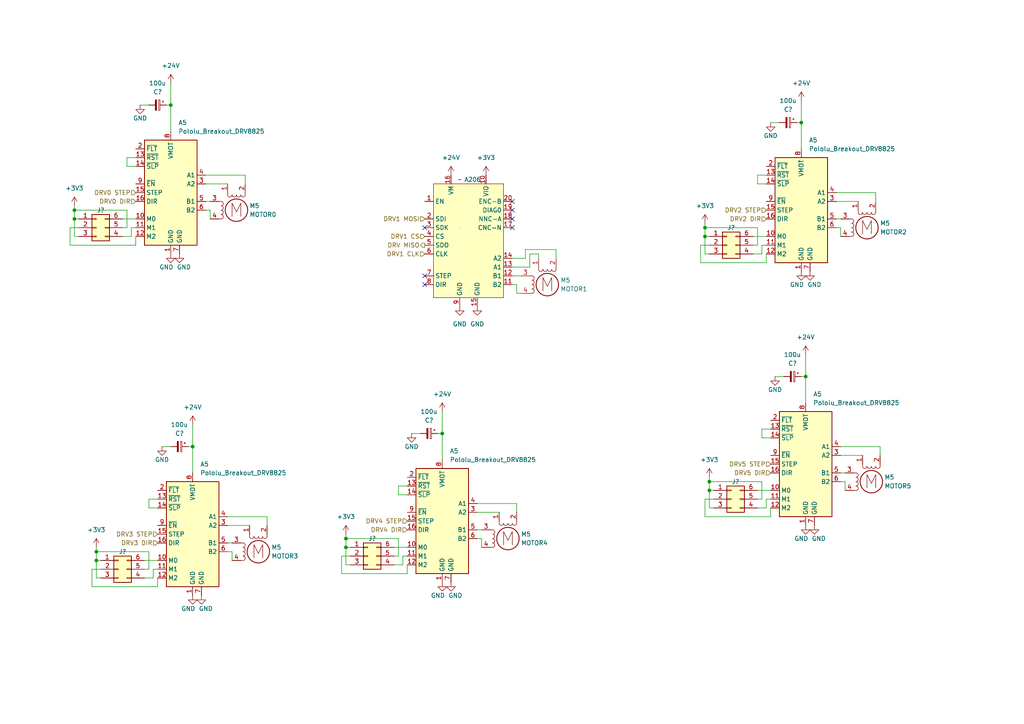
<source format=kicad_sch>
(kicad_sch (version 20230121) (generator eeschema)

  (uuid bcd8868e-48e0-47fd-8764-b45e3f84d365)

  (paper "A4")

  (lib_symbols
    (symbol "Connector_Generic:Conn_02x03_Counter_Clockwise" (pin_names (offset 1.016) hide) (in_bom yes) (on_board yes)
      (property "Reference" "J" (at 1.27 5.08 0)
        (effects (font (size 1.27 1.27)))
      )
      (property "Value" "Conn_02x03_Counter_Clockwise" (at 1.27 -5.08 0)
        (effects (font (size 1.27 1.27)))
      )
      (property "Footprint" "" (at 0 0 0)
        (effects (font (size 1.27 1.27)) hide)
      )
      (property "Datasheet" "~" (at 0 0 0)
        (effects (font (size 1.27 1.27)) hide)
      )
      (property "ki_keywords" "connector" (at 0 0 0)
        (effects (font (size 1.27 1.27)) hide)
      )
      (property "ki_description" "Generic connector, double row, 02x03, counter clockwise pin numbering scheme (similar to DIP package numbering), script generated (kicad-library-utils/schlib/autogen/connector/)" (at 0 0 0)
        (effects (font (size 1.27 1.27)) hide)
      )
      (property "ki_fp_filters" "Connector*:*_2x??_*" (at 0 0 0)
        (effects (font (size 1.27 1.27)) hide)
      )
      (symbol "Conn_02x03_Counter_Clockwise_1_1"
        (rectangle (start -1.27 -2.413) (end 0 -2.667)
          (stroke (width 0.1524) (type default))
          (fill (type none))
        )
        (rectangle (start -1.27 0.127) (end 0 -0.127)
          (stroke (width 0.1524) (type default))
          (fill (type none))
        )
        (rectangle (start -1.27 2.667) (end 0 2.413)
          (stroke (width 0.1524) (type default))
          (fill (type none))
        )
        (rectangle (start -1.27 3.81) (end 3.81 -3.81)
          (stroke (width 0.254) (type default))
          (fill (type background))
        )
        (rectangle (start 3.81 -2.413) (end 2.54 -2.667)
          (stroke (width 0.1524) (type default))
          (fill (type none))
        )
        (rectangle (start 3.81 0.127) (end 2.54 -0.127)
          (stroke (width 0.1524) (type default))
          (fill (type none))
        )
        (rectangle (start 3.81 2.667) (end 2.54 2.413)
          (stroke (width 0.1524) (type default))
          (fill (type none))
        )
        (pin passive line (at -5.08 2.54 0) (length 3.81)
          (name "Pin_1" (effects (font (size 1.27 1.27))))
          (number "1" (effects (font (size 1.27 1.27))))
        )
        (pin passive line (at -5.08 0 0) (length 3.81)
          (name "Pin_2" (effects (font (size 1.27 1.27))))
          (number "2" (effects (font (size 1.27 1.27))))
        )
        (pin passive line (at -5.08 -2.54 0) (length 3.81)
          (name "Pin_3" (effects (font (size 1.27 1.27))))
          (number "3" (effects (font (size 1.27 1.27))))
        )
        (pin passive line (at 7.62 -2.54 180) (length 3.81)
          (name "Pin_4" (effects (font (size 1.27 1.27))))
          (number "4" (effects (font (size 1.27 1.27))))
        )
        (pin passive line (at 7.62 0 180) (length 3.81)
          (name "Pin_5" (effects (font (size 1.27 1.27))))
          (number "5" (effects (font (size 1.27 1.27))))
        )
        (pin passive line (at 7.62 2.54 180) (length 3.81)
          (name "Pin_6" (effects (font (size 1.27 1.27))))
          (number "6" (effects (font (size 1.27 1.27))))
        )
      )
    )
    (symbol "Device:C_Polarized_Small" (pin_numbers hide) (pin_names (offset 0.254) hide) (in_bom yes) (on_board yes)
      (property "Reference" "C" (at 0.254 1.778 0)
        (effects (font (size 1.27 1.27)) (justify left))
      )
      (property "Value" "C_Polarized_Small" (at 0.254 -2.032 0)
        (effects (font (size 1.27 1.27)) (justify left))
      )
      (property "Footprint" "" (at 0 0 0)
        (effects (font (size 1.27 1.27)) hide)
      )
      (property "Datasheet" "~" (at 0 0 0)
        (effects (font (size 1.27 1.27)) hide)
      )
      (property "ki_keywords" "cap capacitor" (at 0 0 0)
        (effects (font (size 1.27 1.27)) hide)
      )
      (property "ki_description" "Polarized capacitor, small symbol" (at 0 0 0)
        (effects (font (size 1.27 1.27)) hide)
      )
      (property "ki_fp_filters" "CP_*" (at 0 0 0)
        (effects (font (size 1.27 1.27)) hide)
      )
      (symbol "C_Polarized_Small_0_1"
        (rectangle (start -1.524 -0.3048) (end 1.524 -0.6858)
          (stroke (width 0) (type default))
          (fill (type outline))
        )
        (rectangle (start -1.524 0.6858) (end 1.524 0.3048)
          (stroke (width 0) (type default))
          (fill (type none))
        )
        (polyline
          (pts
            (xy -1.27 1.524)
            (xy -0.762 1.524)
          )
          (stroke (width 0) (type default))
          (fill (type none))
        )
        (polyline
          (pts
            (xy -1.016 1.27)
            (xy -1.016 1.778)
          )
          (stroke (width 0) (type default))
          (fill (type none))
        )
      )
      (symbol "C_Polarized_Small_1_1"
        (pin passive line (at 0 2.54 270) (length 1.8542)
          (name "~" (effects (font (size 1.27 1.27))))
          (number "1" (effects (font (size 1.27 1.27))))
        )
        (pin passive line (at 0 -2.54 90) (length 1.8542)
          (name "~" (effects (font (size 1.27 1.27))))
          (number "2" (effects (font (size 1.27 1.27))))
        )
      )
    )
    (symbol "Driver_Motor:Pololu_Breakout_DRV8825" (in_bom yes) (on_board yes)
      (property "Reference" "A" (at -2.54 16.51 0)
        (effects (font (size 1.27 1.27)) (justify right))
      )
      (property "Value" "Pololu_Breakout_DRV8825" (at -2.54 13.97 0)
        (effects (font (size 1.27 1.27)) (justify right))
      )
      (property "Footprint" "Module:Pololu_Breakout-16_15.2x20.3mm" (at 5.08 -20.32 0)
        (effects (font (size 1.27 1.27)) (justify left) hide)
      )
      (property "Datasheet" "https://www.pololu.com/product/2982" (at 2.54 -7.62 0)
        (effects (font (size 1.27 1.27)) hide)
      )
      (property "ki_keywords" "Pololu Breakout Board Stepper Driver DRV8825" (at 0 0 0)
        (effects (font (size 1.27 1.27)) hide)
      )
      (property "ki_description" "Pololu Breakout Board, Stepper Driver DRV8825" (at 0 0 0)
        (effects (font (size 1.27 1.27)) hide)
      )
      (property "ki_fp_filters" "Pololu*Breakout*15.2x20.3mm*" (at 0 0 0)
        (effects (font (size 1.27 1.27)) hide)
      )
      (symbol "Pololu_Breakout_DRV8825_0_1"
        (rectangle (start 7.62 -17.78) (end -7.62 12.7)
          (stroke (width 0.254) (type default))
          (fill (type background))
        )
      )
      (symbol "Pololu_Breakout_DRV8825_1_1"
        (pin power_in line (at 0 -20.32 90) (length 2.54)
          (name "GND" (effects (font (size 1.27 1.27))))
          (number "1" (effects (font (size 1.27 1.27))))
        )
        (pin input line (at -10.16 -10.16 0) (length 2.54)
          (name "M0" (effects (font (size 1.27 1.27))))
          (number "10" (effects (font (size 1.27 1.27))))
        )
        (pin input line (at -10.16 -12.7 0) (length 2.54)
          (name "M1" (effects (font (size 1.27 1.27))))
          (number "11" (effects (font (size 1.27 1.27))))
        )
        (pin input line (at -10.16 -15.24 0) (length 2.54)
          (name "M2" (effects (font (size 1.27 1.27))))
          (number "12" (effects (font (size 1.27 1.27))))
        )
        (pin input line (at -10.16 7.62 0) (length 2.54)
          (name "~{RST}" (effects (font (size 1.27 1.27))))
          (number "13" (effects (font (size 1.27 1.27))))
        )
        (pin input line (at -10.16 5.08 0) (length 2.54)
          (name "~{SLP}" (effects (font (size 1.27 1.27))))
          (number "14" (effects (font (size 1.27 1.27))))
        )
        (pin input line (at -10.16 -2.54 0) (length 2.54)
          (name "STEP" (effects (font (size 1.27 1.27))))
          (number "15" (effects (font (size 1.27 1.27))))
        )
        (pin input line (at -10.16 -5.08 0) (length 2.54)
          (name "DIR" (effects (font (size 1.27 1.27))))
          (number "16" (effects (font (size 1.27 1.27))))
        )
        (pin output line (at -10.16 10.16 0) (length 2.54)
          (name "~{FLT}" (effects (font (size 1.27 1.27))))
          (number "2" (effects (font (size 1.27 1.27))))
        )
        (pin output line (at 10.16 0 180) (length 2.54)
          (name "A2" (effects (font (size 1.27 1.27))))
          (number "3" (effects (font (size 1.27 1.27))))
        )
        (pin output line (at 10.16 2.54 180) (length 2.54)
          (name "A1" (effects (font (size 1.27 1.27))))
          (number "4" (effects (font (size 1.27 1.27))))
        )
        (pin output line (at 10.16 -5.08 180) (length 2.54)
          (name "B1" (effects (font (size 1.27 1.27))))
          (number "5" (effects (font (size 1.27 1.27))))
        )
        (pin output line (at 10.16 -7.62 180) (length 2.54)
          (name "B2" (effects (font (size 1.27 1.27))))
          (number "6" (effects (font (size 1.27 1.27))))
        )
        (pin power_in line (at 2.54 -20.32 90) (length 2.54)
          (name "GND" (effects (font (size 1.27 1.27))))
          (number "7" (effects (font (size 1.27 1.27))))
        )
        (pin power_in line (at 0 15.24 270) (length 2.54)
          (name "VMOT" (effects (font (size 1.27 1.27))))
          (number "8" (effects (font (size 1.27 1.27))))
        )
        (pin input line (at -10.16 0 0) (length 2.54)
          (name "~{EN}" (effects (font (size 1.27 1.27))))
          (number "9" (effects (font (size 1.27 1.27))))
        )
      )
    )
    (symbol "Motor:Stepper_Motor_bipolar" (pin_names (offset 0) hide) (in_bom yes) (on_board yes)
      (property "Reference" "M" (at 3.81 2.54 0)
        (effects (font (size 1.27 1.27)) (justify left))
      )
      (property "Value" "Stepper_Motor_bipolar" (at 3.81 1.27 0)
        (effects (font (size 1.27 1.27)) (justify left top))
      )
      (property "Footprint" "" (at 0.254 -0.254 0)
        (effects (font (size 1.27 1.27)) hide)
      )
      (property "Datasheet" "http://www.infineon.com/dgdl/Application-Note-TLE8110EE_driving_UniPolarStepperMotor_V1.1.pdf?fileId=db3a30431be39b97011be5d0aa0a00b0" (at 0.254 -0.254 0)
        (effects (font (size 1.27 1.27)) hide)
      )
      (property "ki_keywords" "bipolar stepper motor" (at 0 0 0)
        (effects (font (size 1.27 1.27)) hide)
      )
      (property "ki_description" "4-wire bipolar stepper motor" (at 0 0 0)
        (effects (font (size 1.27 1.27)) hide)
      )
      (property "ki_fp_filters" "PinHeader*P2.54mm*Vertical* TerminalBlock* Motor*" (at 0 0 0)
        (effects (font (size 1.27 1.27)) hide)
      )
      (symbol "Stepper_Motor_bipolar_0_0"
        (polyline
          (pts
            (xy -1.27 -1.778)
            (xy -1.27 2.032)
            (xy 0 -0.508)
            (xy 1.27 2.032)
            (xy 1.27 -1.778)
          )
          (stroke (width 0) (type default))
          (fill (type none))
        )
      )
      (symbol "Stepper_Motor_bipolar_0_1"
        (arc (start -4.445 -2.54) (mid -3.8127 -1.905) (end -4.445 -1.27)
          (stroke (width 0) (type default))
          (fill (type none))
        )
        (arc (start -4.445 -1.27) (mid -3.8127 -0.635) (end -4.445 0)
          (stroke (width 0) (type default))
          (fill (type none))
        )
        (arc (start -4.445 0) (mid -3.8127 0.635) (end -4.445 1.27)
          (stroke (width 0) (type default))
          (fill (type none))
        )
        (arc (start -4.445 1.27) (mid -3.8127 1.905) (end -4.445 2.54)
          (stroke (width 0) (type default))
          (fill (type none))
        )
        (arc (start -2.54 4.445) (mid -1.905 3.8127) (end -1.27 4.445)
          (stroke (width 0) (type default))
          (fill (type none))
        )
        (arc (start -1.27 4.445) (mid -0.635 3.8127) (end 0 4.445)
          (stroke (width 0) (type default))
          (fill (type none))
        )
        (polyline
          (pts
            (xy -5.08 -2.54)
            (xy -4.445 -2.54)
          )
          (stroke (width 0) (type default))
          (fill (type none))
        )
        (polyline
          (pts
            (xy -5.08 2.54)
            (xy -4.445 2.54)
          )
          (stroke (width 0) (type default))
          (fill (type none))
        )
        (polyline
          (pts
            (xy -2.54 5.08)
            (xy -2.54 4.445)
          )
          (stroke (width 0) (type default))
          (fill (type none))
        )
        (polyline
          (pts
            (xy 2.54 5.08)
            (xy 2.54 4.445)
          )
          (stroke (width 0) (type default))
          (fill (type none))
        )
        (circle (center 0 0) (radius 3.2512)
          (stroke (width 0.254) (type default))
          (fill (type none))
        )
        (arc (start 0 4.445) (mid 0.635 3.8127) (end 1.27 4.445)
          (stroke (width 0) (type default))
          (fill (type none))
        )
        (arc (start 1.27 4.445) (mid 1.905 3.8127) (end 2.54 4.445)
          (stroke (width 0) (type default))
          (fill (type none))
        )
      )
      (symbol "Stepper_Motor_bipolar_1_1"
        (pin passive line (at -2.54 7.62 270) (length 2.54)
          (name "~" (effects (font (size 1.27 1.27))))
          (number "1" (effects (font (size 1.27 1.27))))
        )
        (pin passive line (at 2.54 7.62 270) (length 2.54)
          (name "-" (effects (font (size 1.27 1.27))))
          (number "2" (effects (font (size 1.27 1.27))))
        )
        (pin passive line (at -7.62 2.54 0) (length 2.54)
          (name "~" (effects (font (size 1.27 1.27))))
          (number "3" (effects (font (size 1.27 1.27))))
        )
        (pin passive line (at -7.62 -2.54 0) (length 2.54)
          (name "~" (effects (font (size 1.27 1.27))))
          (number "4" (effects (font (size 1.27 1.27))))
        )
      )
    )
    (symbol "myLibrary:TMC5160_modul" (in_bom yes) (on_board yes)
      (property "Reference" "A" (at 0 17.78 0)
        (effects (font (size 1.27 1.27)))
      )
      (property "Value" "" (at -2.54 17.78 0)
        (effects (font (size 1.27 1.27)))
      )
      (property "Footprint" "myLibrary:TMC5160 on board" (at 1.27 21.59 0)
        (effects (font (size 1.27 1.27)) hide)
      )
      (property "Datasheet" "https://github.com/FYSETC/FYSETC-QHV5160?tab=readme-ov-file" (at 1.27 24.13 0)
        (effects (font (size 1.27 1.27)) hide)
      )
      (symbol "TMC5160_modul_0_1"
        (rectangle (start -10.16 12.7) (end -10.16 12.7)
          (stroke (width 0) (type default))
          (fill (type none))
        )
        (rectangle (start -2.54 3.81) (end -2.54 3.81)
          (stroke (width 0) (type default))
          (fill (type none))
        )
      )
      (symbol "TMC5160_modul_1_1"
        (rectangle (start -10.16 16.51) (end 10.16 -16.51)
          (stroke (width 0) (type solid))
          (fill (type background))
        )
        (pin input line (at -12.7 11.43 0) (length 2.54)
          (name "EN" (effects (font (size 1.27 1.27))))
          (number "1" (effects (font (size 1.27 1.27))))
        )
        (pin passive line (at 5.08 19.05 270) (length 2.54)
          (name "VIO" (effects (font (size 1.27 1.27))))
          (number "10" (effects (font (size 1.27 1.27))))
        )
        (pin passive line (at 12.7 -12.7 180) (length 2.54)
          (name "B2" (effects (font (size 1.27 1.27))))
          (number "11" (effects (font (size 1.27 1.27))))
        )
        (pin passive line (at 12.7 -10.16 180) (length 2.54)
          (name "B1" (effects (font (size 1.27 1.27))))
          (number "12" (effects (font (size 1.27 1.27))))
        )
        (pin passive line (at 12.7 -7.62 180) (length 2.54)
          (name "A1" (effects (font (size 1.27 1.27))))
          (number "13" (effects (font (size 1.27 1.27))))
        )
        (pin passive line (at 12.7 -5.08 180) (length 2.54)
          (name "A2" (effects (font (size 1.27 1.27))))
          (number "14" (effects (font (size 1.27 1.27))))
        )
        (pin passive line (at 2.54 -19.05 90) (length 2.54)
          (name "GND" (effects (font (size 1.27 1.27))))
          (number "15" (effects (font (size 1.27 1.27))))
        )
        (pin passive line (at -5.08 19.05 270) (length 2.54)
          (name "VM" (effects (font (size 1.27 1.27))))
          (number "16" (effects (font (size 1.27 1.27))))
        )
        (pin passive line (at 12.7 3.81 180) (length 2.54)
          (name "CNC-N" (effects (font (size 1.27 1.27))))
          (number "17" (effects (font (size 1.27 1.27))))
        )
        (pin passive line (at 12.7 6.35 180) (length 2.54)
          (name "NNC-A" (effects (font (size 1.27 1.27))))
          (number "18" (effects (font (size 1.27 1.27))))
        )
        (pin passive line (at 12.7 8.89 180) (length 2.54)
          (name "DIAG0" (effects (font (size 1.27 1.27))))
          (number "19" (effects (font (size 1.27 1.27))))
        )
        (pin input line (at -12.7 6.35 0) (length 2.54)
          (name "SDI" (effects (font (size 1.27 1.27))))
          (number "2" (effects (font (size 1.27 1.27))))
        )
        (pin passive line (at 12.7 11.43 180) (length 2.54)
          (name "ENC-B" (effects (font (size 1.27 1.27))))
          (number "20" (effects (font (size 1.27 1.27))))
        )
        (pin input line (at -12.7 3.81 0) (length 2.54)
          (name "SDK" (effects (font (size 1.27 1.27))))
          (number "3" (effects (font (size 1.27 1.27))))
        )
        (pin input line (at -12.7 1.27 0) (length 2.54)
          (name "CS" (effects (font (size 1.27 1.27))))
          (number "4" (effects (font (size 1.27 1.27))))
        )
        (pin input line (at -12.7 -1.27 0) (length 2.54)
          (name "SDO" (effects (font (size 1.27 1.27))))
          (number "5" (effects (font (size 1.27 1.27))))
        )
        (pin input line (at -12.7 -3.81 0) (length 2.54)
          (name "CLK" (effects (font (size 1.27 1.27))))
          (number "6" (effects (font (size 1.27 1.27))))
        )
        (pin input line (at -12.7 -10.16 0) (length 2.54)
          (name "STEP" (effects (font (size 1.27 1.27))))
          (number "7" (effects (font (size 1.27 1.27))))
        )
        (pin input line (at -12.7 -12.7 0) (length 2.54)
          (name "DIR" (effects (font (size 1.27 1.27))))
          (number "8" (effects (font (size 1.27 1.27))))
        )
        (pin passive line (at -2.54 -19.05 90) (length 2.54)
          (name "GND" (effects (font (size 1.27 1.27))))
          (number "9" (effects (font (size 1.27 1.27))))
        )
      )
    )
    (symbol "power:+24V" (power) (pin_names (offset 0)) (in_bom yes) (on_board yes)
      (property "Reference" "#PWR" (at 0 -3.81 0)
        (effects (font (size 1.27 1.27)) hide)
      )
      (property "Value" "+24V" (at 0 3.556 0)
        (effects (font (size 1.27 1.27)))
      )
      (property "Footprint" "" (at 0 0 0)
        (effects (font (size 1.27 1.27)) hide)
      )
      (property "Datasheet" "" (at 0 0 0)
        (effects (font (size 1.27 1.27)) hide)
      )
      (property "ki_keywords" "global power" (at 0 0 0)
        (effects (font (size 1.27 1.27)) hide)
      )
      (property "ki_description" "Power symbol creates a global label with name \"+24V\"" (at 0 0 0)
        (effects (font (size 1.27 1.27)) hide)
      )
      (symbol "+24V_0_1"
        (polyline
          (pts
            (xy -0.762 1.27)
            (xy 0 2.54)
          )
          (stroke (width 0) (type default))
          (fill (type none))
        )
        (polyline
          (pts
            (xy 0 0)
            (xy 0 2.54)
          )
          (stroke (width 0) (type default))
          (fill (type none))
        )
        (polyline
          (pts
            (xy 0 2.54)
            (xy 0.762 1.27)
          )
          (stroke (width 0) (type default))
          (fill (type none))
        )
      )
      (symbol "+24V_1_1"
        (pin power_in line (at 0 0 90) (length 0) hide
          (name "+24V" (effects (font (size 1.27 1.27))))
          (number "1" (effects (font (size 1.27 1.27))))
        )
      )
    )
    (symbol "power:+3V3" (power) (pin_names (offset 0)) (in_bom yes) (on_board yes)
      (property "Reference" "#PWR" (at 0 -3.81 0)
        (effects (font (size 1.27 1.27)) hide)
      )
      (property "Value" "+3V3" (at 0 3.556 0)
        (effects (font (size 1.27 1.27)))
      )
      (property "Footprint" "" (at 0 0 0)
        (effects (font (size 1.27 1.27)) hide)
      )
      (property "Datasheet" "" (at 0 0 0)
        (effects (font (size 1.27 1.27)) hide)
      )
      (property "ki_keywords" "global power" (at 0 0 0)
        (effects (font (size 1.27 1.27)) hide)
      )
      (property "ki_description" "Power symbol creates a global label with name \"+3V3\"" (at 0 0 0)
        (effects (font (size 1.27 1.27)) hide)
      )
      (symbol "+3V3_0_1"
        (polyline
          (pts
            (xy -0.762 1.27)
            (xy 0 2.54)
          )
          (stroke (width 0) (type default))
          (fill (type none))
        )
        (polyline
          (pts
            (xy 0 0)
            (xy 0 2.54)
          )
          (stroke (width 0) (type default))
          (fill (type none))
        )
        (polyline
          (pts
            (xy 0 2.54)
            (xy 0.762 1.27)
          )
          (stroke (width 0) (type default))
          (fill (type none))
        )
      )
      (symbol "+3V3_1_1"
        (pin power_in line (at 0 0 90) (length 0) hide
          (name "+3V3" (effects (font (size 1.27 1.27))))
          (number "1" (effects (font (size 1.27 1.27))))
        )
      )
    )
    (symbol "power:GND" (power) (pin_names (offset 0)) (in_bom yes) (on_board yes)
      (property "Reference" "#PWR" (at 0 -6.35 0)
        (effects (font (size 1.27 1.27)) hide)
      )
      (property "Value" "GND" (at 0 -3.81 0)
        (effects (font (size 1.27 1.27)))
      )
      (property "Footprint" "" (at 0 0 0)
        (effects (font (size 1.27 1.27)) hide)
      )
      (property "Datasheet" "" (at 0 0 0)
        (effects (font (size 1.27 1.27)) hide)
      )
      (property "ki_keywords" "global power" (at 0 0 0)
        (effects (font (size 1.27 1.27)) hide)
      )
      (property "ki_description" "Power symbol creates a global label with name \"GND\" , ground" (at 0 0 0)
        (effects (font (size 1.27 1.27)) hide)
      )
      (symbol "GND_0_1"
        (polyline
          (pts
            (xy 0 0)
            (xy 0 -1.27)
            (xy 1.27 -1.27)
            (xy 0 -2.54)
            (xy -1.27 -1.27)
            (xy 0 -1.27)
          )
          (stroke (width 0) (type default))
          (fill (type none))
        )
      )
      (symbol "GND_1_1"
        (pin power_in line (at 0 0 270) (length 0) hide
          (name "GND" (effects (font (size 1.27 1.27))))
          (number "1" (effects (font (size 1.27 1.27))))
        )
      )
    )
  )

  (junction (at 204.47 66.04) (diameter 0) (color 0 0 0 0)
    (uuid 16e43c6c-3509-4625-9220-fa59963f182e)
  )
  (junction (at 232.41 35.56) (diameter 0) (color 0 0 0 0)
    (uuid 19b2486a-1cf7-44f8-85e7-837b829d8507)
  )
  (junction (at 205.74 142.24) (diameter 0) (color 0 0 0 0)
    (uuid 234d9179-91da-40d9-a3fe-1eea3fb8b3f0)
  )
  (junction (at 100.33 158.75) (diameter 0) (color 0 0 0 0)
    (uuid 3b491f37-b6a9-4601-9f16-ab71d3aac13b)
  )
  (junction (at 21.59 63.5) (diameter 0) (color 0 0 0 0)
    (uuid 610be0ad-a071-4924-ba4b-1ba54a43530b)
  )
  (junction (at 49.53 30.48) (diameter 0) (color 0 0 0 0)
    (uuid 63a3ef93-d98f-4128-a9c3-3ccd1cf16fdd)
  )
  (junction (at 233.68 109.22) (diameter 0) (color 0 0 0 0)
    (uuid 6ef53976-2fac-4403-a70e-2f9a3efe5989)
  )
  (junction (at 27.94 162.56) (diameter 0) (color 0 0 0 0)
    (uuid 7b884643-3283-4b8e-a6b6-0c401a2d6a69)
  )
  (junction (at 55.88 129.54) (diameter 0) (color 0 0 0 0)
    (uuid 8314b086-9360-4589-9fc2-55ea2ceac957)
  )
  (junction (at 27.94 160.02) (diameter 0) (color 0 0 0 0)
    (uuid 88716fd6-212c-4c03-bd71-b41fe5c23137)
  )
  (junction (at 204.47 68.58) (diameter 0) (color 0 0 0 0)
    (uuid 9b257e92-3e28-4ac9-a75b-124c7eeeaf65)
  )
  (junction (at 100.33 156.21) (diameter 0) (color 0 0 0 0)
    (uuid 9f509a07-5b3f-4250-8f43-8eb512f71387)
  )
  (junction (at 21.59 60.96) (diameter 0) (color 0 0 0 0)
    (uuid a53b26e7-8b7a-465d-96b1-554de0c2d0e9)
  )
  (junction (at 128.27 125.73) (diameter 0) (color 0 0 0 0)
    (uuid c683c60e-1647-44b3-a4b1-c03f98625a9d)
  )
  (junction (at 205.74 139.7) (diameter 0) (color 0 0 0 0)
    (uuid e3c08bfb-8390-4c7a-98a2-1c486ba24196)
  )

  (no_connect (at 148.59 63.5) (uuid 2272aa38-e02a-46d8-bdd3-4390d814f84d))
  (no_connect (at 148.59 66.04) (uuid 2ce29141-9b98-45d4-943a-a78f8a931fe0))
  (no_connect (at 123.19 66.04) (uuid 4c23e523-f853-450f-96f3-99c95019952b))
  (no_connect (at 148.59 58.42) (uuid 4eb7eebf-204a-41f8-911f-b1e045b6bf2e))
  (no_connect (at 123.19 82.55) (uuid a46ec5f8-7550-4c07-8f6c-257cd2456354))
  (no_connect (at 123.19 80.01) (uuid a48d6f36-4e66-4182-a08e-ab90de5c19f2))
  (no_connect (at 148.59 60.96) (uuid e997d39f-0348-45cc-98fe-7d47fcfa09b0))

  (wire (pts (xy 255.27 129.54) (xy 255.27 132.08))
    (stroke (width 0) (type default))
    (uuid 0045153c-ba60-4102-8ee7-41dade254003)
  )
  (wire (pts (xy 219.71 53.34) (xy 222.25 53.34))
    (stroke (width 0) (type default))
    (uuid 004f70c7-188f-42da-8bcd-fd45ade6561f)
  )
  (wire (pts (xy 21.59 63.5) (xy 22.86 63.5))
    (stroke (width 0) (type default))
    (uuid 02746005-7a1f-4b6b-9778-de1b2455a6ab)
  )
  (wire (pts (xy 71.12 50.8) (xy 71.12 53.34))
    (stroke (width 0) (type default))
    (uuid 0299e1fa-27fc-4d1c-93b3-8b88f4ee654c)
  )
  (wire (pts (xy 43.18 165.1) (xy 41.91 165.1))
    (stroke (width 0) (type default))
    (uuid 02c71d80-c0de-4f5d-b501-3ba16f70d40e)
  )
  (wire (pts (xy 222.25 144.78) (xy 222.25 147.32))
    (stroke (width 0) (type default))
    (uuid 063d5247-9569-4609-ba42-0539f070a587)
  )
  (wire (pts (xy 161.29 72.39) (xy 161.29 74.93))
    (stroke (width 0) (type default))
    (uuid 084a782e-118d-4c6f-8444-27f34b61f51b)
  )
  (wire (pts (xy 232.41 29.21) (xy 232.41 35.56))
    (stroke (width 0) (type default))
    (uuid 09e261ca-5f86-4b90-8782-0784db5fef3b)
  )
  (wire (pts (xy 149.86 146.05) (xy 149.86 148.59))
    (stroke (width 0) (type default))
    (uuid 0a0732aa-ebc9-4522-968a-5d49b7e26f98)
  )
  (wire (pts (xy 49.53 24.13) (xy 49.53 30.48))
    (stroke (width 0) (type default))
    (uuid 0a75bc14-16dd-49c9-b669-22438c6005ac)
  )
  (wire (pts (xy 38.1 68.58) (xy 35.56 68.58))
    (stroke (width 0) (type default))
    (uuid 0ab20c4b-3287-464c-8dcd-d93a93bcf079)
  )
  (wire (pts (xy 54.61 129.54) (xy 55.88 129.54))
    (stroke (width 0) (type default))
    (uuid 0cb9470c-4102-4b68-9b53-54e8f54225b3)
  )
  (wire (pts (xy 43.18 147.32) (xy 45.72 147.32))
    (stroke (width 0) (type default))
    (uuid 109ca9ea-b06c-4a60-8253-17127506248a)
  )
  (wire (pts (xy 153.67 73.66) (xy 156.21 73.66))
    (stroke (width 0) (type default))
    (uuid 14348361-aea2-4626-b2b4-0c27a432683d)
  )
  (wire (pts (xy 222.25 76.2) (xy 203.2 76.2))
    (stroke (width 0) (type default))
    (uuid 14ec5109-c186-4d2a-8548-f78ec52fb682)
  )
  (wire (pts (xy 232.41 35.56) (xy 232.41 43.18))
    (stroke (width 0) (type default))
    (uuid 17032c5b-c2f0-4158-abc4-e9eb89edf33e)
  )
  (wire (pts (xy 242.57 66.04) (xy 243.84 66.04))
    (stroke (width 0) (type default))
    (uuid 17d0691d-4045-4539-8058-04c20151abc9)
  )
  (wire (pts (xy 243.84 129.54) (xy 255.27 129.54))
    (stroke (width 0) (type default))
    (uuid 18faa503-7529-46c8-b058-ebb2f102b7a8)
  )
  (wire (pts (xy 148.59 80.01) (xy 151.13 80.01))
    (stroke (width 0) (type default))
    (uuid 194077d1-d65f-46fb-a21c-cf42754a11f1)
  )
  (wire (pts (xy 36.83 45.72) (xy 36.83 48.26))
    (stroke (width 0) (type default))
    (uuid 1a30f3a6-62c0-4514-8f35-7ac84de29db5)
  )
  (wire (pts (xy 203.2 76.2) (xy 203.2 71.12))
    (stroke (width 0) (type default))
    (uuid 1bddff27-5c0f-49f1-8def-275008bcf2a4)
  )
  (wire (pts (xy 46.99 129.54) (xy 49.53 129.54))
    (stroke (width 0) (type default))
    (uuid 1bf02d6c-9edb-42bb-9dc6-0f8968d1a92d)
  )
  (wire (pts (xy 67.31 160.02) (xy 67.31 162.56))
    (stroke (width 0) (type default))
    (uuid 1cee2a8c-3339-4c52-884a-17b9825eef8b)
  )
  (wire (pts (xy 59.69 60.96) (xy 60.96 60.96))
    (stroke (width 0) (type default))
    (uuid 1f15bd88-3229-4af7-8279-9629767530e7)
  )
  (wire (pts (xy 148.59 74.93) (xy 152.4 74.93))
    (stroke (width 0) (type default))
    (uuid 2049203d-0868-4bd3-b4de-991115aac0a7)
  )
  (wire (pts (xy 219.71 71.12) (xy 219.71 66.04))
    (stroke (width 0) (type default))
    (uuid 24ac2c2e-ca2d-4cf9-bef5-30d56e711e98)
  )
  (wire (pts (xy 128.27 119.38) (xy 128.27 125.73))
    (stroke (width 0) (type default))
    (uuid 25249ddc-eab9-4225-b538-388146c3b9c8)
  )
  (wire (pts (xy 115.57 161.29) (xy 114.3 161.29))
    (stroke (width 0) (type default))
    (uuid 2525b7f3-9035-4a1f-96fa-fb4a2f244338)
  )
  (wire (pts (xy 205.74 73.66) (xy 204.47 73.66))
    (stroke (width 0) (type default))
    (uuid 260d769b-233a-4025-acc5-985a4383183f)
  )
  (wire (pts (xy 222.25 50.8) (xy 219.71 50.8))
    (stroke (width 0) (type default))
    (uuid 2655f21e-2825-4f6b-8a2c-be937492cd83)
  )
  (wire (pts (xy 116.84 163.83) (xy 114.3 163.83))
    (stroke (width 0) (type default))
    (uuid 2780d826-771e-4d1e-be1a-c6344ef57fd8)
  )
  (wire (pts (xy 243.84 139.7) (xy 245.11 139.7))
    (stroke (width 0) (type default))
    (uuid 2b5a8d4c-b85d-4810-b2c9-9a027d106c4b)
  )
  (wire (pts (xy 233.68 102.87) (xy 233.68 109.22))
    (stroke (width 0) (type default))
    (uuid 2c7323c5-3402-44b2-b1c0-8922e0901813)
  )
  (wire (pts (xy 60.96 60.96) (xy 60.96 63.5))
    (stroke (width 0) (type default))
    (uuid 2d1dcf39-351a-4cbb-8750-9670732901c9)
  )
  (wire (pts (xy 66.04 152.4) (xy 72.39 152.4))
    (stroke (width 0) (type default))
    (uuid 2d622841-06a6-4ab8-8236-4c46a0373601)
  )
  (wire (pts (xy 35.56 63.5) (xy 39.37 63.5))
    (stroke (width 0) (type default))
    (uuid 2d71d9d0-f0be-405c-87e5-ca96242de543)
  )
  (wire (pts (xy 21.59 59.69) (xy 21.59 60.96))
    (stroke (width 0) (type default))
    (uuid 2dce666f-b1d9-49e1-bc45-775aabf9103c)
  )
  (wire (pts (xy 59.69 53.34) (xy 66.04 53.34))
    (stroke (width 0) (type default))
    (uuid 2e35b5d9-cb42-4cf4-abf6-60da66b64e7c)
  )
  (wire (pts (xy 45.72 144.78) (xy 43.18 144.78))
    (stroke (width 0) (type default))
    (uuid 30dabbf0-f591-4078-ae44-a571c16e6b9e)
  )
  (wire (pts (xy 138.43 156.21) (xy 139.7 156.21))
    (stroke (width 0) (type default))
    (uuid 31757dea-91e3-4d45-81e3-4e2d875600c9)
  )
  (wire (pts (xy 116.84 161.29) (xy 118.11 161.29))
    (stroke (width 0) (type default))
    (uuid 31bb44ec-443a-454e-929a-203ed944106d)
  )
  (wire (pts (xy 115.57 156.21) (xy 100.33 156.21))
    (stroke (width 0) (type default))
    (uuid 32d5f11a-2a84-4675-8730-815e33ee9e85)
  )
  (wire (pts (xy 205.74 142.24) (xy 207.01 142.24))
    (stroke (width 0) (type default))
    (uuid 34886fad-2233-490f-89fd-7d6d1f50de8e)
  )
  (wire (pts (xy 29.21 167.64) (xy 27.94 167.64))
    (stroke (width 0) (type default))
    (uuid 34e0eae8-5c36-47cc-9350-4c7baaeb0e24)
  )
  (wire (pts (xy 219.71 71.12) (xy 218.44 71.12))
    (stroke (width 0) (type default))
    (uuid 35923af7-d1e5-431f-a868-5e72be4ad1e0)
  )
  (wire (pts (xy 39.37 68.58) (xy 39.37 71.12))
    (stroke (width 0) (type default))
    (uuid 3652e1ce-983f-431f-a576-f73e9e3655de)
  )
  (wire (pts (xy 45.72 167.64) (xy 45.72 170.18))
    (stroke (width 0) (type default))
    (uuid 3707c626-ea40-48b6-b5ce-898c179aff09)
  )
  (wire (pts (xy 242.57 63.5) (xy 243.84 63.5))
    (stroke (width 0) (type default))
    (uuid 3c67c8e0-0417-4061-841a-160221c8fff7)
  )
  (wire (pts (xy 205.74 142.24) (xy 205.74 147.32))
    (stroke (width 0) (type default))
    (uuid 3decbce7-69fe-4cdf-bbb4-1fc40b7a0f71)
  )
  (wire (pts (xy 243.84 66.04) (xy 243.84 68.58))
    (stroke (width 0) (type default))
    (uuid 3e4e94ee-97ee-4477-8c12-5d296be4c470)
  )
  (wire (pts (xy 243.84 132.08) (xy 250.19 132.08))
    (stroke (width 0) (type default))
    (uuid 3f049aa6-7ca6-48e1-b6d6-a43d91a78d5b)
  )
  (wire (pts (xy 116.84 161.29) (xy 116.84 163.83))
    (stroke (width 0) (type default))
    (uuid 3f435f2a-ba5c-457b-a30d-120b26864c4f)
  )
  (wire (pts (xy 219.71 66.04) (xy 204.47 66.04))
    (stroke (width 0) (type default))
    (uuid 4106bede-04c9-4389-a115-96e3c63f33a1)
  )
  (wire (pts (xy 118.11 140.97) (xy 115.57 140.97))
    (stroke (width 0) (type default))
    (uuid 47f352ba-1a2c-4435-875c-dcb14cb57045)
  )
  (wire (pts (xy 38.1 66.04) (xy 38.1 68.58))
    (stroke (width 0) (type default))
    (uuid 4b219beb-b8fe-4e3d-9b8c-01e50c8572ab)
  )
  (wire (pts (xy 219.71 142.24) (xy 223.52 142.24))
    (stroke (width 0) (type default))
    (uuid 500fca63-a527-4b81-9ff8-dea4e91bf34e)
  )
  (wire (pts (xy 149.86 85.09) (xy 151.13 85.09))
    (stroke (width 0) (type default))
    (uuid 51d191d3-bbda-4e27-a2d0-3c085ef87757)
  )
  (wire (pts (xy 220.98 71.12) (xy 220.98 73.66))
    (stroke (width 0) (type default))
    (uuid 560f74a4-4a98-48c9-b2c8-621373cbf62e)
  )
  (wire (pts (xy 55.88 129.54) (xy 55.88 137.16))
    (stroke (width 0) (type default))
    (uuid 565b61e8-e92b-4ab8-817e-f0a725c79ea8)
  )
  (wire (pts (xy 204.47 149.86) (xy 204.47 144.78))
    (stroke (width 0) (type default))
    (uuid 57eba25f-5dc7-42f6-bdc6-9242eb058c45)
  )
  (wire (pts (xy 220.98 124.46) (xy 220.98 127))
    (stroke (width 0) (type default))
    (uuid 5a4e1ac2-e75c-4ac2-b8aa-9d20c9117101)
  )
  (wire (pts (xy 128.27 125.73) (xy 128.27 133.35))
    (stroke (width 0) (type default))
    (uuid 5d62e7d5-76d4-4c5f-8c84-cd57ea221fc3)
  )
  (wire (pts (xy 39.37 45.72) (xy 36.83 45.72))
    (stroke (width 0) (type default))
    (uuid 5e1cf3db-fbf4-4e52-ba95-3adf071cb54c)
  )
  (wire (pts (xy 43.18 144.78) (xy 43.18 147.32))
    (stroke (width 0) (type default))
    (uuid 5e645cfa-cd14-4f79-a20e-e734460ac12d)
  )
  (wire (pts (xy 38.1 66.04) (xy 39.37 66.04))
    (stroke (width 0) (type default))
    (uuid 5eef705b-cce2-4477-8601-43234a3d65c0)
  )
  (wire (pts (xy 222.25 147.32) (xy 219.71 147.32))
    (stroke (width 0) (type default))
    (uuid 5fe800e8-3f60-48df-9396-025d8596e91b)
  )
  (wire (pts (xy 153.67 77.47) (xy 153.67 73.66))
    (stroke (width 0) (type default))
    (uuid 60182ff8-1603-4550-87e1-822076a96224)
  )
  (wire (pts (xy 115.57 161.29) (xy 115.57 156.21))
    (stroke (width 0) (type default))
    (uuid 6573eb65-a829-41fa-8879-431d012b2a54)
  )
  (wire (pts (xy 21.59 60.96) (xy 21.59 63.5))
    (stroke (width 0) (type default))
    (uuid 68448498-9317-478e-9a6f-46bceca1786d)
  )
  (wire (pts (xy 66.04 160.02) (xy 67.31 160.02))
    (stroke (width 0) (type default))
    (uuid 69f031b1-0212-42f8-ab6c-ab1194e66e99)
  )
  (wire (pts (xy 223.52 124.46) (xy 220.98 124.46))
    (stroke (width 0) (type default))
    (uuid 6e717a1a-a892-439d-b572-d8cb2996fcd4)
  )
  (wire (pts (xy 48.26 30.48) (xy 49.53 30.48))
    (stroke (width 0) (type default))
    (uuid 706a2d70-7319-495b-b7fc-4945320d25c1)
  )
  (wire (pts (xy 205.74 138.43) (xy 205.74 139.7))
    (stroke (width 0) (type default))
    (uuid 7478719b-2abc-44f4-af3c-4394c26640db)
  )
  (wire (pts (xy 21.59 63.5) (xy 21.59 68.58))
    (stroke (width 0) (type default))
    (uuid 747b2185-717c-4970-a558-dc4c61275271)
  )
  (wire (pts (xy 243.84 137.16) (xy 245.11 137.16))
    (stroke (width 0) (type default))
    (uuid 783ae3c6-af85-4f60-b2f9-8d63bbcdd5c2)
  )
  (wire (pts (xy 59.69 50.8) (xy 71.12 50.8))
    (stroke (width 0) (type default))
    (uuid 79582850-ccf3-4d91-b3b6-565e87394008)
  )
  (wire (pts (xy 44.45 167.64) (xy 41.91 167.64))
    (stroke (width 0) (type default))
    (uuid 7ffc26c0-378d-42a7-8b6c-644df241201c)
  )
  (wire (pts (xy 118.11 163.83) (xy 118.11 166.37))
    (stroke (width 0) (type default))
    (uuid 801a47bf-fc11-4eb8-bee5-71cd87fe592d)
  )
  (wire (pts (xy 36.83 48.26) (xy 39.37 48.26))
    (stroke (width 0) (type default))
    (uuid 8055cfc2-5bfc-40d7-9b99-e294a5fb5fa6)
  )
  (wire (pts (xy 44.45 165.1) (xy 44.45 167.64))
    (stroke (width 0) (type default))
    (uuid 80763ed6-44df-4c98-9352-9e6f7c59858a)
  )
  (wire (pts (xy 139.7 156.21) (xy 139.7 158.75))
    (stroke (width 0) (type default))
    (uuid 80eb800e-1b76-44ea-b081-35aecea5249d)
  )
  (wire (pts (xy 55.88 123.19) (xy 55.88 129.54))
    (stroke (width 0) (type default))
    (uuid 81ab253e-72f0-4a2d-aa96-c44bf71b2761)
  )
  (wire (pts (xy 204.47 64.77) (xy 204.47 66.04))
    (stroke (width 0) (type default))
    (uuid 820fcf40-740c-40e1-9f81-6ca4c684669e)
  )
  (wire (pts (xy 27.94 158.75) (xy 27.94 160.02))
    (stroke (width 0) (type default))
    (uuid 82365276-a938-4b5b-887e-72238266940e)
  )
  (wire (pts (xy 43.18 165.1) (xy 43.18 160.02))
    (stroke (width 0) (type default))
    (uuid 8acb094f-a8f0-44e1-a6a4-a130e7d66bbe)
  )
  (wire (pts (xy 100.33 158.75) (xy 101.6 158.75))
    (stroke (width 0) (type default))
    (uuid 8b145004-78c5-4bb0-970d-d16c72590820)
  )
  (wire (pts (xy 220.98 139.7) (xy 205.74 139.7))
    (stroke (width 0) (type default))
    (uuid 8dc8d33a-7bc4-4aad-82fd-8630ce3e0dd5)
  )
  (wire (pts (xy 66.04 149.86) (xy 77.47 149.86))
    (stroke (width 0) (type default))
    (uuid 8e9fa05a-a4c8-438e-8163-52484f8e9b8e)
  )
  (wire (pts (xy 223.52 147.32) (xy 223.52 149.86))
    (stroke (width 0) (type default))
    (uuid 90b6b758-a8d8-45fd-9225-ebcfaf9b7075)
  )
  (wire (pts (xy 138.43 153.67) (xy 139.7 153.67))
    (stroke (width 0) (type default))
    (uuid 92767615-042e-4b95-9798-30b42e3dd256)
  )
  (wire (pts (xy 242.57 58.42) (xy 248.92 58.42))
    (stroke (width 0) (type default))
    (uuid 953b0c4f-f266-4350-8a51-08328dc2eecd)
  )
  (wire (pts (xy 41.91 162.56) (xy 45.72 162.56))
    (stroke (width 0) (type default))
    (uuid 95b13cfd-b87c-42c5-beac-b4e42a974caf)
  )
  (wire (pts (xy 233.68 109.22) (xy 233.68 116.84))
    (stroke (width 0) (type default))
    (uuid 975ef738-1f9b-4045-8961-d314bf7ebb40)
  )
  (wire (pts (xy 203.2 71.12) (xy 205.74 71.12))
    (stroke (width 0) (type default))
    (uuid 97afa9f8-647f-4b31-b9c7-107b383abac7)
  )
  (wire (pts (xy 36.83 66.04) (xy 35.56 66.04))
    (stroke (width 0) (type default))
    (uuid 98585149-9f48-4735-89cf-8d5600d8ec44)
  )
  (wire (pts (xy 59.69 58.42) (xy 60.96 58.42))
    (stroke (width 0) (type default))
    (uuid 99024428-c5a2-4ce4-87a4-ea0ffd69c8ef)
  )
  (wire (pts (xy 223.52 149.86) (xy 204.47 149.86))
    (stroke (width 0) (type default))
    (uuid 9aff40f1-277e-4c73-b69f-6b3b4c8fba44)
  )
  (wire (pts (xy 99.06 161.29) (xy 101.6 161.29))
    (stroke (width 0) (type default))
    (uuid 9bae0b0b-03be-44a6-b419-ee9c1902d981)
  )
  (wire (pts (xy 20.32 71.12) (xy 20.32 66.04))
    (stroke (width 0) (type default))
    (uuid 9e5d0c8e-9602-4ef3-87a5-54a7ddfd332f)
  )
  (wire (pts (xy 49.53 30.48) (xy 49.53 38.1))
    (stroke (width 0) (type default))
    (uuid 9ecc8dad-fc8b-4e44-b7e8-adb9dee3097e)
  )
  (wire (pts (xy 43.18 160.02) (xy 27.94 160.02))
    (stroke (width 0) (type default))
    (uuid 9f80829a-f80b-4bd0-8e66-de1f70f868b8)
  )
  (wire (pts (xy 114.3 158.75) (xy 118.11 158.75))
    (stroke (width 0) (type default))
    (uuid a14bc694-6c81-46d1-a6e5-1087a2865315)
  )
  (wire (pts (xy 222.25 144.78) (xy 223.52 144.78))
    (stroke (width 0) (type default))
    (uuid a4138376-04e0-44ef-bb2c-33ae6fc13750)
  )
  (wire (pts (xy 115.57 140.97) (xy 115.57 143.51))
    (stroke (width 0) (type default))
    (uuid a4e7f753-55d3-447f-84f6-1cd6732bddad)
  )
  (wire (pts (xy 66.04 157.48) (xy 67.31 157.48))
    (stroke (width 0) (type default))
    (uuid a56b7a5e-f718-4f93-b2b3-408a50bf9e04)
  )
  (wire (pts (xy 101.6 163.83) (xy 100.33 163.83))
    (stroke (width 0) (type default))
    (uuid aad81956-7a80-425b-b671-2aa8f62e868c)
  )
  (wire (pts (xy 204.47 68.58) (xy 205.74 68.58))
    (stroke (width 0) (type default))
    (uuid aebbdc61-5c9e-4bf6-8231-4e5bee310e63)
  )
  (wire (pts (xy 20.32 66.04) (xy 22.86 66.04))
    (stroke (width 0) (type default))
    (uuid b40a8904-f7c9-463f-875b-e12c058305da)
  )
  (wire (pts (xy 36.83 66.04) (xy 36.83 60.96))
    (stroke (width 0) (type default))
    (uuid b5521892-01e9-4a61-8ad1-43c7e3ecd9bb)
  )
  (wire (pts (xy 218.44 68.58) (xy 222.25 68.58))
    (stroke (width 0) (type default))
    (uuid b60d5038-dec8-4460-812f-fca791d90b29)
  )
  (wire (pts (xy 219.71 50.8) (xy 219.71 53.34))
    (stroke (width 0) (type default))
    (uuid bcb1fdc5-3e15-4dfa-abb0-76d02c5669f8)
  )
  (wire (pts (xy 22.86 68.58) (xy 21.59 68.58))
    (stroke (width 0) (type default))
    (uuid bcf28f55-cd9f-4150-8c40-9cd63c653e79)
  )
  (wire (pts (xy 40.64 30.48) (xy 43.18 30.48))
    (stroke (width 0) (type default))
    (uuid bdbfe1b7-bb52-4c68-9730-9a10cfa846f3)
  )
  (wire (pts (xy 99.06 166.37) (xy 99.06 161.29))
    (stroke (width 0) (type default))
    (uuid bf40b0ca-449c-490c-83f8-5ff7892df232)
  )
  (wire (pts (xy 204.47 66.04) (xy 204.47 68.58))
    (stroke (width 0) (type default))
    (uuid bf7bd347-7725-4d67-97a2-1e887a34e2a5)
  )
  (wire (pts (xy 100.33 154.94) (xy 100.33 156.21))
    (stroke (width 0) (type default))
    (uuid c0fe497e-c68d-469c-b566-f29defea3e80)
  )
  (wire (pts (xy 39.37 71.12) (xy 20.32 71.12))
    (stroke (width 0) (type default))
    (uuid c4723df0-3448-433d-bf23-e710339474c4)
  )
  (wire (pts (xy 220.98 144.78) (xy 219.71 144.78))
    (stroke (width 0) (type default))
    (uuid c4f92755-9e08-4d2f-ac50-dca249f8ead2)
  )
  (wire (pts (xy 127 125.73) (xy 128.27 125.73))
    (stroke (width 0) (type default))
    (uuid c805cbde-bf86-4814-8fa5-50ea3e4685c7)
  )
  (wire (pts (xy 44.45 165.1) (xy 45.72 165.1))
    (stroke (width 0) (type default))
    (uuid c84ffb00-98cc-42cf-af7c-2314bbc23e96)
  )
  (wire (pts (xy 26.67 165.1) (xy 29.21 165.1))
    (stroke (width 0) (type default))
    (uuid c85f7a72-2be3-4592-b54b-137660715c3c)
  )
  (wire (pts (xy 148.59 82.55) (xy 149.86 82.55))
    (stroke (width 0) (type default))
    (uuid c96af3df-9a86-4ef3-8c46-9a5da6d746b1)
  )
  (wire (pts (xy 138.43 146.05) (xy 149.86 146.05))
    (stroke (width 0) (type default))
    (uuid cc44f34c-c3ae-4813-9a5c-8301bd38f231)
  )
  (wire (pts (xy 152.4 72.39) (xy 161.29 72.39))
    (stroke (width 0) (type default))
    (uuid cd47e37b-20b4-4eab-9288-3ec198776b5f)
  )
  (wire (pts (xy 220.98 73.66) (xy 218.44 73.66))
    (stroke (width 0) (type default))
    (uuid cf8dbbfb-7ab7-4975-90ae-57141617e134)
  )
  (wire (pts (xy 100.33 156.21) (xy 100.33 158.75))
    (stroke (width 0) (type default))
    (uuid d082e705-3551-4b34-a4e5-d8ee21bb1554)
  )
  (wire (pts (xy 45.72 170.18) (xy 26.67 170.18))
    (stroke (width 0) (type default))
    (uuid d30669c8-f78e-438a-9ce6-9e06e6d271b6)
  )
  (wire (pts (xy 138.43 148.59) (xy 144.78 148.59))
    (stroke (width 0) (type default))
    (uuid d34ad9bf-c2f5-4af0-aa74-279c3ec221cd)
  )
  (wire (pts (xy 156.21 73.66) (xy 156.21 74.93))
    (stroke (width 0) (type default))
    (uuid d4e3d8aa-704b-4161-9e0f-7d0995034bac)
  )
  (wire (pts (xy 245.11 139.7) (xy 245.11 142.24))
    (stroke (width 0) (type default))
    (uuid d7304bb9-03bb-4c54-80c3-908d93641dc9)
  )
  (wire (pts (xy 152.4 74.93) (xy 152.4 72.39))
    (stroke (width 0) (type default))
    (uuid d9071fad-d87a-4156-8a79-9de7e63cc4c6)
  )
  (wire (pts (xy 115.57 143.51) (xy 118.11 143.51))
    (stroke (width 0) (type default))
    (uuid d9552e32-bd6e-4e2c-9eee-76dc852787dd)
  )
  (wire (pts (xy 100.33 158.75) (xy 100.33 163.83))
    (stroke (width 0) (type default))
    (uuid d97a1830-c9aa-4a40-828f-a2ea9c87583c)
  )
  (wire (pts (xy 254 55.88) (xy 254 58.42))
    (stroke (width 0) (type default))
    (uuid d9f8bdd4-1e2a-4c2b-857a-d33990eac891)
  )
  (wire (pts (xy 204.47 144.78) (xy 207.01 144.78))
    (stroke (width 0) (type default))
    (uuid db4af7ac-c186-4494-85ec-39aefb1287f7)
  )
  (wire (pts (xy 220.98 144.78) (xy 220.98 139.7))
    (stroke (width 0) (type default))
    (uuid dd8edde5-2fb2-485f-b961-8e4995000fdd)
  )
  (wire (pts (xy 148.59 77.47) (xy 153.67 77.47))
    (stroke (width 0) (type default))
    (uuid ddd34eb6-84ae-4ff5-95d4-334673f3e2c6)
  )
  (wire (pts (xy 27.94 162.56) (xy 29.21 162.56))
    (stroke (width 0) (type default))
    (uuid de5bfb83-8b49-483e-9d94-c49a485b1c99)
  )
  (wire (pts (xy 231.14 35.56) (xy 232.41 35.56))
    (stroke (width 0) (type default))
    (uuid de939502-7a0c-42d1-b69f-02caa37ef217)
  )
  (wire (pts (xy 205.74 139.7) (xy 205.74 142.24))
    (stroke (width 0) (type default))
    (uuid df59786a-37c9-44b4-835a-fb941b591cf6)
  )
  (wire (pts (xy 220.98 71.12) (xy 222.25 71.12))
    (stroke (width 0) (type default))
    (uuid e04b50ee-ab28-4eca-ac8d-b60798ea3a5b)
  )
  (wire (pts (xy 36.83 60.96) (xy 21.59 60.96))
    (stroke (width 0) (type default))
    (uuid e0572739-84ce-4813-8742-b0d82652d264)
  )
  (wire (pts (xy 118.11 166.37) (xy 99.06 166.37))
    (stroke (width 0) (type default))
    (uuid e362b4bc-726a-4499-a42c-01ca152ac89e)
  )
  (wire (pts (xy 242.57 55.88) (xy 254 55.88))
    (stroke (width 0) (type default))
    (uuid e44a7107-15f1-481e-835a-d7d4e2088b2d)
  )
  (wire (pts (xy 27.94 160.02) (xy 27.94 162.56))
    (stroke (width 0) (type default))
    (uuid e4a4c13f-e1c3-46fc-97ce-7be123b7a486)
  )
  (wire (pts (xy 26.67 170.18) (xy 26.67 165.1))
    (stroke (width 0) (type default))
    (uuid e6870010-4b6e-4eb1-b8b9-0a266dfee57c)
  )
  (wire (pts (xy 119.38 125.73) (xy 121.92 125.73))
    (stroke (width 0) (type default))
    (uuid e8a9f3b5-5da0-4c45-b02e-5c0d6d7c356e)
  )
  (wire (pts (xy 222.25 73.66) (xy 222.25 76.2))
    (stroke (width 0) (type default))
    (uuid e8def554-5532-4c6c-bfb9-9b282c2a27f1)
  )
  (wire (pts (xy 204.47 68.58) (xy 204.47 73.66))
    (stroke (width 0) (type default))
    (uuid e99ebd5f-4339-4618-9906-c67399e2bec4)
  )
  (wire (pts (xy 224.79 109.22) (xy 227.33 109.22))
    (stroke (width 0) (type default))
    (uuid eea4b64b-c51d-45a9-ad2a-a890a075cf9f)
  )
  (wire (pts (xy 232.41 109.22) (xy 233.68 109.22))
    (stroke (width 0) (type default))
    (uuid eec07d68-8854-4f17-b730-b4080417cadd)
  )
  (wire (pts (xy 220.98 127) (xy 223.52 127))
    (stroke (width 0) (type default))
    (uuid f0389b47-135c-4c02-a655-1f3a2883f444)
  )
  (wire (pts (xy 149.86 82.55) (xy 149.86 85.09))
    (stroke (width 0) (type default))
    (uuid f360c167-9d92-463b-a6cb-0638361cfdc0)
  )
  (wire (pts (xy 207.01 147.32) (xy 205.74 147.32))
    (stroke (width 0) (type default))
    (uuid f99ef98a-4bed-42bd-bf58-92ad912de205)
  )
  (wire (pts (xy 223.52 35.56) (xy 226.06 35.56))
    (stroke (width 0) (type default))
    (uuid fade7b92-d303-4aa6-9c34-194065ef74a8)
  )
  (wire (pts (xy 77.47 149.86) (xy 77.47 152.4))
    (stroke (width 0) (type default))
    (uuid fdefca84-9cb9-4ea1-86a9-2814a3db18b2)
  )
  (wire (pts (xy 27.94 162.56) (xy 27.94 167.64))
    (stroke (width 0) (type default))
    (uuid fe5b825c-53c8-42fb-9e23-816d98c5f1bf)
  )

  (hierarchical_label "DRV MISO" (shape output) (at 123.19 71.12 180) (fields_autoplaced)
    (effects (font (size 1.27 1.27)) (justify right))
    (uuid 16a0e9f6-cc1a-4c79-a65a-99e222c92553)
  )
  (hierarchical_label "DRV0 STEP" (shape input) (at 39.37 55.88 180) (fields_autoplaced)
    (effects (font (size 1.27 1.27)) (justify right))
    (uuid 27a59fb2-2823-4124-84f0-b54e8859cf86)
  )
  (hierarchical_label "DRV5 DIR" (shape input) (at 223.52 137.16 180) (fields_autoplaced)
    (effects (font (size 1.27 1.27)) (justify right))
    (uuid 2bf7a024-6f02-4555-8e13-3b143ff7454e)
  )
  (hierarchical_label "DRV1 MOSI" (shape input) (at 123.19 63.5 180) (fields_autoplaced)
    (effects (font (size 1.27 1.27)) (justify right))
    (uuid 43ca5451-8770-4299-8f73-2b0ef3b52977)
  )
  (hierarchical_label "DRV2 DIR" (shape input) (at 222.25 63.5 180) (fields_autoplaced)
    (effects (font (size 1.27 1.27)) (justify right))
    (uuid 64fd28ee-bd2c-4194-afe7-05dcd78a0d98)
  )
  (hierarchical_label "DRV2 STEP" (shape input) (at 222.25 60.96 180) (fields_autoplaced)
    (effects (font (size 1.27 1.27)) (justify right))
    (uuid 6740f02c-5097-4613-96d1-158633b9a301)
  )
  (hierarchical_label "DRV3 DIR" (shape input) (at 45.72 157.48 180) (fields_autoplaced)
    (effects (font (size 1.27 1.27)) (justify right))
    (uuid 77c7832f-1528-40bb-a28d-e62eca7aa90b)
  )
  (hierarchical_label "DRV4 STEP" (shape input) (at 118.11 151.13 180) (fields_autoplaced)
    (effects (font (size 1.27 1.27)) (justify right))
    (uuid 91bfd812-e80c-442a-bfee-afb28311cb30)
  )
  (hierarchical_label "DRV1 CS" (shape input) (at 123.19 68.58 180) (fields_autoplaced)
    (effects (font (size 1.27 1.27)) (justify right))
    (uuid ba1903ab-0b82-4047-9fa5-e825d2ddff96)
  )
  (hierarchical_label "DRV4 DIR" (shape input) (at 118.11 153.67 180) (fields_autoplaced)
    (effects (font (size 1.27 1.27)) (justify right))
    (uuid c67be6dd-2589-48a1-84c5-be9c4a2b6295)
  )
  (hierarchical_label "DRV3 STEP" (shape input) (at 45.72 154.94 180) (fields_autoplaced)
    (effects (font (size 1.27 1.27)) (justify right))
    (uuid d8457153-0cc1-4ceb-a800-107a817fab91)
  )
  (hierarchical_label "DRV0 DIR" (shape input) (at 39.37 58.42 180) (fields_autoplaced)
    (effects (font (size 1.27 1.27)) (justify right))
    (uuid dc7532b0-97d3-4c32-ab7d-2569fc98661e)
  )
  (hierarchical_label "DRV1 CLK" (shape input) (at 123.19 73.66 180) (fields_autoplaced)
    (effects (font (size 1.27 1.27)) (justify right))
    (uuid e57dc2cf-45b1-4afd-9473-8cdb703abc69)
  )
  (hierarchical_label "DRV5 STEP" (shape input) (at 223.52 134.62 180) (fields_autoplaced)
    (effects (font (size 1.27 1.27)) (justify right))
    (uuid ef8e6692-bd30-4828-b541-e4ebad794134)
  )

  (symbol (lib_id "Motor:Stepper_Motor_bipolar") (at 251.46 66.04 0) (unit 1)
    (in_bom yes) (on_board yes) (dnp no)
    (uuid 0ba44d2c-a463-4d8f-a997-7b89f2f829c8)
    (property "Reference" "M5" (at 255.27 64.77 0)
      (effects (font (size 1.27 1.27)) (justify left))
    )
    (property "Value" "MOTOR2" (at 255.27 67.31 0)
      (effects (font (size 1.27 1.27)) (justify left))
    )
    (property "Footprint" "Connector_JST:JST_XH_B4B-XH-A_1x04_P2.50mm_Vertical" (at 251.714 66.294 0)
      (effects (font (size 1.27 1.27)) hide)
    )
    (property "Datasheet" "http://www.infineon.com/dgdl/Application-Note-TLE8110EE_driving_UniPolarStepperMotor_V1.1.pdf?fileId=db3a30431be39b97011be5d0aa0a00b0" (at 251.714 66.294 0)
      (effects (font (size 1.27 1.27)) hide)
    )
    (property "LCSC" "C37815" (at 251.46 66.04 0)
      (effects (font (size 1.27 1.27)) hide)
    )
    (property "JLCPCB" "C37815" (at 251.46 66.04 0)
      (effects (font (size 1.27 1.27)) hide)
    )
    (property "Digikey" "455-2249-ND" (at 251.46 66.04 0)
      (effects (font (size 1.27 1.27)) hide)
    )
    (pin "1" (uuid 3afc0404-1b60-4e79-8232-3c589b332446))
    (pin "2" (uuid 51b0a927-3792-45ab-86b5-0042a68c2e3e))
    (pin "3" (uuid 874eed1e-328b-48da-b367-fce6f2803092))
    (pin "4" (uuid 5bb1bb6e-ad67-4ce3-af01-4ac93d839602))
    (instances
      (project "mobo"
        (path "/7255cbd1-8d38-4545-be9a-7fc5488ef942/00000000-0000-0000-0000-00005eb0c248/00000000-0000-0000-0000-00006057b851"
          (reference "M5") (unit 1)
        )
        (path "/7255cbd1-8d38-4545-be9a-7fc5488ef942/00000000-0000-0000-0000-00005eb0c248/9e697e46-d502-48a5-8498-4118d1f6c92d"
          (reference "M7") (unit 1)
        )
      )
      (project "Robotska roka"
        (path "/bdf22c8f-9e15-4108-b2ec-b64a829a0d47/6ce175ed-4002-4814-ab5e-969258f5e28e"
          (reference "M204") (unit 1)
        )
      )
    )
  )

  (symbol (lib_id "power:+3V3") (at 27.94 158.75 0) (unit 1)
    (in_bom yes) (on_board yes) (dnp no) (fields_autoplaced)
    (uuid 0bbc56a1-f0ee-4281-b994-14f92fe5b5e0)
    (property "Reference" "#PWR022" (at 27.94 162.56 0)
      (effects (font (size 1.27 1.27)) hide)
    )
    (property "Value" "+3V3" (at 27.94 153.67 0)
      (effects (font (size 1.27 1.27)))
    )
    (property "Footprint" "" (at 27.94 158.75 0)
      (effects (font (size 1.27 1.27)) hide)
    )
    (property "Datasheet" "" (at 27.94 158.75 0)
      (effects (font (size 1.27 1.27)) hide)
    )
    (pin "1" (uuid 0ba9a48f-c33c-4af8-80e8-ebed67eb924b))
    (instances
      (project "Robotska roka"
        (path "/bdf22c8f-9e15-4108-b2ec-b64a829a0d47"
          (reference "#PWR022") (unit 1)
        )
        (path "/bdf22c8f-9e15-4108-b2ec-b64a829a0d47/6ce175ed-4002-4814-ab5e-969258f5e28e"
          (reference "#PWR0221") (unit 1)
        )
      )
    )
  )

  (symbol (lib_id "Connector_Generic:Conn_02x03_Counter_Clockwise") (at 212.09 144.78 0) (unit 1)
    (in_bom yes) (on_board yes) (dnp no)
    (uuid 12800209-d63c-47a1-ba39-ba71b54a9b43)
    (property "Reference" "J?" (at 213.36 139.7 0)
      (effects (font (size 1.27 1.27)))
    )
    (property "Value" "Conn_02x03_Counter_Clockwise" (at 213.36 138.43 0)
      (effects (font (size 1.27 1.27)) hide)
    )
    (property "Footprint" "Connector_PinHeader_2.54mm:PinHeader_2x03_P2.54mm_Vertical" (at 212.09 144.78 0)
      (effects (font (size 1.27 1.27)) hide)
    )
    (property "Datasheet" "~" (at 212.09 144.78 0)
      (effects (font (size 1.27 1.27)) hide)
    )
    (pin "1" (uuid a4895fcf-86b5-45cc-b75d-379ed896f79b))
    (pin "2" (uuid 85b86b08-f88a-4fc1-b36e-f321dcb4a624))
    (pin "3" (uuid 32ab674a-3be3-4458-ad1e-dc5c4ad51da0))
    (pin "4" (uuid 6d129f5f-7b28-4c83-9a6f-6c8ca3b6aa37))
    (pin "5" (uuid 057430f4-22a9-42f1-8d52-364a19183490))
    (pin "6" (uuid 8732b505-1fa8-43f2-a229-7b8a4d828bdc))
    (instances
      (project "Robotska roka"
        (path "/bdf22c8f-9e15-4108-b2ec-b64a829a0d47"
          (reference "J?") (unit 1)
        )
        (path "/bdf22c8f-9e15-4108-b2ec-b64a829a0d47/6ce175ed-4002-4814-ab5e-969258f5e28e"
          (reference "J203") (unit 1)
        )
      )
    )
  )

  (symbol (lib_id "power:+24V") (at 130.81 50.8 0) (unit 1)
    (in_bom yes) (on_board yes) (dnp no) (fields_autoplaced)
    (uuid 146d3d62-1cb1-4830-a674-211652ea02aa)
    (property "Reference" "#PWR0228" (at 130.81 54.61 0)
      (effects (font (size 1.27 1.27)) hide)
    )
    (property "Value" "+24V" (at 130.81 45.72 0)
      (effects (font (size 1.27 1.27)))
    )
    (property "Footprint" "" (at 130.81 50.8 0)
      (effects (font (size 1.27 1.27)) hide)
    )
    (property "Datasheet" "" (at 130.81 50.8 0)
      (effects (font (size 1.27 1.27)) hide)
    )
    (pin "1" (uuid fd71c299-3035-4157-8cca-52c93422bdd7))
    (instances
      (project "Robotska roka"
        (path "/bdf22c8f-9e15-4108-b2ec-b64a829a0d47/6ce175ed-4002-4814-ab5e-969258f5e28e"
          (reference "#PWR0228") (unit 1)
        )
      )
    )
  )

  (symbol (lib_id "power:+24V") (at 128.27 119.38 0) (unit 1)
    (in_bom yes) (on_board yes) (dnp no) (fields_autoplaced)
    (uuid 1953285d-90d0-46da-9442-816bda8b39f5)
    (property "Reference" "#PWR0207" (at 128.27 123.19 0)
      (effects (font (size 1.27 1.27)) hide)
    )
    (property "Value" "+24V" (at 128.27 114.3 0)
      (effects (font (size 1.27 1.27)))
    )
    (property "Footprint" "" (at 128.27 119.38 0)
      (effects (font (size 1.27 1.27)) hide)
    )
    (property "Datasheet" "" (at 128.27 119.38 0)
      (effects (font (size 1.27 1.27)) hide)
    )
    (pin "1" (uuid f34799bc-1388-479d-b82e-49e157c1e8ac))
    (instances
      (project "Robotska roka"
        (path "/bdf22c8f-9e15-4108-b2ec-b64a829a0d47/6ce175ed-4002-4814-ab5e-969258f5e28e"
          (reference "#PWR0207") (unit 1)
        )
      )
    )
  )

  (symbol (lib_id "power:GND") (at 236.22 152.4 0) (unit 1)
    (in_bom yes) (on_board yes) (dnp no)
    (uuid 242eb658-9be4-415f-8ef7-4ab08a649ec6)
    (property "Reference" "#PWR015" (at 236.22 158.75 0)
      (effects (font (size 1.27 1.27)) hide)
    )
    (property "Value" "GND" (at 237.49 156.21 0)
      (effects (font (size 1.27 1.27)))
    )
    (property "Footprint" "" (at 236.22 152.4 0)
      (effects (font (size 1.27 1.27)) hide)
    )
    (property "Datasheet" "" (at 236.22 152.4 0)
      (effects (font (size 1.27 1.27)) hide)
    )
    (pin "1" (uuid d4372d00-851b-4135-a21a-48bfc4436e9c))
    (instances
      (project "Robotska roka"
        (path "/bdf22c8f-9e15-4108-b2ec-b64a829a0d47"
          (reference "#PWR015") (unit 1)
        )
        (path "/bdf22c8f-9e15-4108-b2ec-b64a829a0d47/6ce175ed-4002-4814-ab5e-969258f5e28e"
          (reference "#PWR0217") (unit 1)
        )
      )
    )
  )

  (symbol (lib_id "power:+24V") (at 49.53 24.13 0) (unit 1)
    (in_bom yes) (on_board yes) (dnp no) (fields_autoplaced)
    (uuid 24336f67-a3a4-4de3-9f68-89a64be436f4)
    (property "Reference" "#PWR0205" (at 49.53 27.94 0)
      (effects (font (size 1.27 1.27)) hide)
    )
    (property "Value" "+24V" (at 49.53 19.05 0)
      (effects (font (size 1.27 1.27)))
    )
    (property "Footprint" "" (at 49.53 24.13 0)
      (effects (font (size 1.27 1.27)) hide)
    )
    (property "Datasheet" "" (at 49.53 24.13 0)
      (effects (font (size 1.27 1.27)) hide)
    )
    (pin "1" (uuid 6d83793f-0ac2-46a5-ab38-077975fbbc4f))
    (instances
      (project "Robotska roka"
        (path "/bdf22c8f-9e15-4108-b2ec-b64a829a0d47/6ce175ed-4002-4814-ab5e-969258f5e28e"
          (reference "#PWR0205") (unit 1)
        )
      )
    )
  )

  (symbol (lib_id "Driver_Motor:Pololu_Breakout_DRV8825") (at 55.88 152.4 0) (unit 1)
    (in_bom yes) (on_board yes) (dnp no) (fields_autoplaced)
    (uuid 2e05e235-eeb8-4558-bd9a-314ae1d51ce1)
    (property "Reference" "A5" (at 58.0741 134.62 0)
      (effects (font (size 1.27 1.27)) (justify left))
    )
    (property "Value" "Pololu_Breakout_DRV8825" (at 58.0741 137.16 0)
      (effects (font (size 1.27 1.27)) (justify left))
    )
    (property "Footprint" "Module:Pololu_Breakout-16_15.2x20.3mm" (at 60.96 172.72 0)
      (effects (font (size 1.27 1.27)) (justify left) hide)
    )
    (property "Datasheet" "https://www.pololu.com/product/2982" (at 58.42 160.02 0)
      (effects (font (size 1.27 1.27)) hide)
    )
    (pin "1" (uuid aa1e8b73-df77-4ab6-804d-b6903cccedeb))
    (pin "10" (uuid f43c3e07-e4b9-4d2b-9b99-3e8ec5dbddd9))
    (pin "11" (uuid 2dc5ad9d-ad10-41a0-ac42-84840cf22224))
    (pin "12" (uuid bcb4fbb4-dd4d-4da1-a088-c9b86311170d))
    (pin "13" (uuid c23619aa-5cda-48a9-aae0-d3dc015636af))
    (pin "14" (uuid f8d47ebf-3831-4070-ad4e-cda1ae94b69a))
    (pin "15" (uuid ba48b8fc-51c2-4882-8c3d-7d1822250dee))
    (pin "16" (uuid c254ea12-78dd-4d72-9d8b-6c734742eb55))
    (pin "2" (uuid fe5ae52c-82cb-4308-82e2-6f82a4020631))
    (pin "3" (uuid 6dbe8fa9-67d1-41e3-80db-47820611693b))
    (pin "4" (uuid 35466f9e-4d90-48f7-8fc5-19b7f6a49d3d))
    (pin "5" (uuid c44a8186-b00f-4f1d-b299-7318212eb9f6))
    (pin "6" (uuid 9593849f-ee7d-4dd4-b171-ef95e169a0a5))
    (pin "7" (uuid de0a3d6d-4068-4b7b-b0b3-20351fd8e71f))
    (pin "8" (uuid 5932947e-cff9-42e7-bc3b-a5b2d5d268d4))
    (pin "9" (uuid 35270e46-7202-4b44-b100-2c8dfa5740b8))
    (instances
      (project "Robotska roka"
        (path "/bdf22c8f-9e15-4108-b2ec-b64a829a0d47"
          (reference "A5") (unit 1)
        )
        (path "/bdf22c8f-9e15-4108-b2ec-b64a829a0d47/6ce175ed-4002-4814-ab5e-969258f5e28e"
          (reference "A205") (unit 1)
        )
      )
    )
  )

  (symbol (lib_id "power:GND") (at 234.95 78.74 0) (unit 1)
    (in_bom yes) (on_board yes) (dnp no)
    (uuid 31ed2e94-9228-424e-a299-738245bd74f1)
    (property "Reference" "#PWR015" (at 234.95 85.09 0)
      (effects (font (size 1.27 1.27)) hide)
    )
    (property "Value" "GND" (at 236.22 82.55 0)
      (effects (font (size 1.27 1.27)))
    )
    (property "Footprint" "" (at 234.95 78.74 0)
      (effects (font (size 1.27 1.27)) hide)
    )
    (property "Datasheet" "" (at 234.95 78.74 0)
      (effects (font (size 1.27 1.27)) hide)
    )
    (pin "1" (uuid 159ac416-140b-4001-bcba-41f2b84160b9))
    (instances
      (project "Robotska roka"
        (path "/bdf22c8f-9e15-4108-b2ec-b64a829a0d47"
          (reference "#PWR015") (unit 1)
        )
        (path "/bdf22c8f-9e15-4108-b2ec-b64a829a0d47/6ce175ed-4002-4814-ab5e-969258f5e28e"
          (reference "#PWR0220") (unit 1)
        )
      )
    )
  )

  (symbol (lib_id "power:GND") (at 130.81 168.91 0) (unit 1)
    (in_bom yes) (on_board yes) (dnp no)
    (uuid 3258351a-9576-40f4-a8ca-d6ced163053b)
    (property "Reference" "#PWR015" (at 130.81 175.26 0)
      (effects (font (size 1.27 1.27)) hide)
    )
    (property "Value" "GND" (at 132.08 172.72 0)
      (effects (font (size 1.27 1.27)))
    )
    (property "Footprint" "" (at 130.81 168.91 0)
      (effects (font (size 1.27 1.27)) hide)
    )
    (property "Datasheet" "" (at 130.81 168.91 0)
      (effects (font (size 1.27 1.27)) hide)
    )
    (pin "1" (uuid e3ab6859-eef2-4e5b-a06c-c83a39599c45))
    (instances
      (project "Robotska roka"
        (path "/bdf22c8f-9e15-4108-b2ec-b64a829a0d47"
          (reference "#PWR015") (unit 1)
        )
        (path "/bdf22c8f-9e15-4108-b2ec-b64a829a0d47/6ce175ed-4002-4814-ab5e-969258f5e28e"
          (reference "#PWR0210") (unit 1)
        )
      )
    )
  )

  (symbol (lib_id "Driver_Motor:Pololu_Breakout_DRV8825") (at 128.27 148.59 0) (unit 1)
    (in_bom yes) (on_board yes) (dnp no) (fields_autoplaced)
    (uuid 4544c5ed-1ee8-42a7-bb8e-1ec5855c3d1e)
    (property "Reference" "A5" (at 130.4641 130.81 0)
      (effects (font (size 1.27 1.27)) (justify left))
    )
    (property "Value" "Pololu_Breakout_DRV8825" (at 130.4641 133.35 0)
      (effects (font (size 1.27 1.27)) (justify left))
    )
    (property "Footprint" "Module:Pololu_Breakout-16_15.2x20.3mm" (at 133.35 168.91 0)
      (effects (font (size 1.27 1.27)) (justify left) hide)
    )
    (property "Datasheet" "https://www.pololu.com/product/2982" (at 130.81 156.21 0)
      (effects (font (size 1.27 1.27)) hide)
    )
    (pin "1" (uuid 4185a37c-b6c9-4483-94ed-414e3a7614ea))
    (pin "10" (uuid be494737-cfcb-455d-bf5b-4a79c832748e))
    (pin "11" (uuid 84b0d595-a674-4707-aaea-396e2bd63990))
    (pin "12" (uuid 05400593-9d17-4e2a-8324-8463baf55956))
    (pin "13" (uuid 8924b4b5-e078-4538-878f-bd1a69e5a8fe))
    (pin "14" (uuid 3d1da3d8-95d8-45c9-a31e-fffbde4f4a45))
    (pin "15" (uuid f5199d95-c910-4320-8bfd-25ad0fd63ba4))
    (pin "16" (uuid 45fbe55d-882b-4a8c-868f-958f971a29d9))
    (pin "2" (uuid fb2263be-16fd-46a5-9647-5f19740e4c50))
    (pin "3" (uuid 4a850431-20ff-4921-964b-0f76c486d8eb))
    (pin "4" (uuid d9b11172-b829-4170-9bdc-ffaf1dee0e32))
    (pin "5" (uuid ec899cae-fe1a-4dc3-8f88-5e870e81f7c2))
    (pin "6" (uuid 493cc080-e264-4081-8f31-e4ecc316fc51))
    (pin "7" (uuid 57c88093-c0ce-49b7-9304-985467cbdeca))
    (pin "8" (uuid b8659c5c-ada0-42c2-bb5d-ddc5254ef96a))
    (pin "9" (uuid 26a16e45-e2d0-4bf9-bbf2-97c9fa0ee244))
    (instances
      (project "Robotska roka"
        (path "/bdf22c8f-9e15-4108-b2ec-b64a829a0d47"
          (reference "A5") (unit 1)
        )
        (path "/bdf22c8f-9e15-4108-b2ec-b64a829a0d47/6ce175ed-4002-4814-ab5e-969258f5e28e"
          (reference "A202") (unit 1)
        )
      )
    )
  )

  (symbol (lib_id "power:GND") (at 46.99 129.54 0) (unit 1)
    (in_bom yes) (on_board yes) (dnp no)
    (uuid 4e191083-3991-4810-9468-54d38175dbf5)
    (property "Reference" "#PWR05" (at 46.99 135.89 0)
      (effects (font (size 1.27 1.27)) hide)
    )
    (property "Value" "GND" (at 46.99 133.35 0)
      (effects (font (size 1.27 1.27)))
    )
    (property "Footprint" "" (at 46.99 129.54 0)
      (effects (font (size 1.27 1.27)) hide)
    )
    (property "Datasheet" "" (at 46.99 129.54 0)
      (effects (font (size 1.27 1.27)) hide)
    )
    (pin "1" (uuid 92f827b6-cd6d-4cda-9136-f75fc169f02e))
    (instances
      (project "Robotska roka"
        (path "/bdf22c8f-9e15-4108-b2ec-b64a829a0d47"
          (reference "#PWR05") (unit 1)
        )
        (path "/bdf22c8f-9e15-4108-b2ec-b64a829a0d47/6ce175ed-4002-4814-ab5e-969258f5e28e"
          (reference "#PWR0222") (unit 1)
        )
      )
    )
  )

  (symbol (lib_id "Motor:Stepper_Motor_bipolar") (at 68.58 60.96 0) (unit 1)
    (in_bom yes) (on_board yes) (dnp no)
    (uuid 54cec26d-7db2-40a6-aef5-f89cbdfe0e28)
    (property "Reference" "M5" (at 72.39 59.69 0)
      (effects (font (size 1.27 1.27)) (justify left))
    )
    (property "Value" "MOTOR0" (at 72.39 62.23 0)
      (effects (font (size 1.27 1.27)) (justify left))
    )
    (property "Footprint" "Connector_JST:JST_XH_B4B-XH-A_1x04_P2.50mm_Vertical" (at 68.834 61.214 0)
      (effects (font (size 1.27 1.27)) hide)
    )
    (property "Datasheet" "http://www.infineon.com/dgdl/Application-Note-TLE8110EE_driving_UniPolarStepperMotor_V1.1.pdf?fileId=db3a30431be39b97011be5d0aa0a00b0" (at 68.834 61.214 0)
      (effects (font (size 1.27 1.27)) hide)
    )
    (property "LCSC" "C37815" (at 68.58 60.96 0)
      (effects (font (size 1.27 1.27)) hide)
    )
    (property "JLCPCB" "C37815" (at 68.58 60.96 0)
      (effects (font (size 1.27 1.27)) hide)
    )
    (property "Digikey" "455-2249-ND" (at 68.58 60.96 0)
      (effects (font (size 1.27 1.27)) hide)
    )
    (pin "1" (uuid 20a723e7-68ec-454c-ae1c-076bed21b786))
    (pin "2" (uuid f02a5473-6c2a-44c3-9e7f-0b46315e76da))
    (pin "3" (uuid 28b09428-09a6-4958-bde8-72ba460205ef))
    (pin "4" (uuid 4be5b6fa-3577-417e-97d1-87e6da835dd6))
    (instances
      (project "mobo"
        (path "/7255cbd1-8d38-4545-be9a-7fc5488ef942/00000000-0000-0000-0000-00005eb0c248/00000000-0000-0000-0000-00006057b851"
          (reference "M5") (unit 1)
        )
        (path "/7255cbd1-8d38-4545-be9a-7fc5488ef942/00000000-0000-0000-0000-00005eb0c248/9e697e46-d502-48a5-8498-4118d1f6c92d"
          (reference "M7") (unit 1)
        )
      )
      (project "Robotska roka"
        (path "/bdf22c8f-9e15-4108-b2ec-b64a829a0d47/6ce175ed-4002-4814-ab5e-969258f5e28e"
          (reference "M201") (unit 1)
        )
      )
    )
  )

  (symbol (lib_id "Connector_Generic:Conn_02x03_Counter_Clockwise") (at 210.82 71.12 0) (unit 1)
    (in_bom yes) (on_board yes) (dnp no)
    (uuid 553c0277-e917-437d-bc37-26a919267905)
    (property "Reference" "J?" (at 212.09 66.04 0)
      (effects (font (size 1.27 1.27)))
    )
    (property "Value" "Conn_02x03_Counter_Clockwise" (at 212.09 64.77 0)
      (effects (font (size 1.27 1.27)) hide)
    )
    (property "Footprint" "Connector_PinHeader_2.54mm:PinHeader_2x03_P2.54mm_Vertical" (at 210.82 71.12 0)
      (effects (font (size 1.27 1.27)) hide)
    )
    (property "Datasheet" "~" (at 210.82 71.12 0)
      (effects (font (size 1.27 1.27)) hide)
    )
    (pin "1" (uuid 4e9ab6e7-3f5b-4207-8e28-187192538dc6))
    (pin "2" (uuid 66d2950a-9ab6-4a1e-9028-696a893cdb0f))
    (pin "3" (uuid 4f47a02d-1dcb-4283-ae97-3c3da1528185))
    (pin "4" (uuid d2bd575e-3501-49d2-ab13-6cb429a88259))
    (pin "5" (uuid 923c714a-c49b-4383-8207-9ad0a6fe6f23))
    (pin "6" (uuid 72e15545-c860-49d1-8637-7ebffd3b68bc))
    (instances
      (project "Robotska roka"
        (path "/bdf22c8f-9e15-4108-b2ec-b64a829a0d47"
          (reference "J?") (unit 1)
        )
        (path "/bdf22c8f-9e15-4108-b2ec-b64a829a0d47/6ce175ed-4002-4814-ab5e-969258f5e28e"
          (reference "J204") (unit 1)
        )
      )
    )
  )

  (symbol (lib_id "Connector_Generic:Conn_02x03_Counter_Clockwise") (at 27.94 66.04 0) (unit 1)
    (in_bom yes) (on_board yes) (dnp no)
    (uuid 55488731-3450-4e74-a4db-c26a3ec59255)
    (property "Reference" "J?" (at 29.21 60.96 0)
      (effects (font (size 1.27 1.27)))
    )
    (property "Value" "Conn_02x03_Counter_Clockwise" (at 29.21 59.69 0)
      (effects (font (size 1.27 1.27)) hide)
    )
    (property "Footprint" "Connector_PinHeader_2.54mm:PinHeader_2x03_P2.54mm_Vertical" (at 27.94 66.04 0)
      (effects (font (size 1.27 1.27)) hide)
    )
    (property "Datasheet" "~" (at 27.94 66.04 0)
      (effects (font (size 1.27 1.27)) hide)
    )
    (pin "1" (uuid 81c63456-d191-4ffd-b174-b5a7b5e4dc72))
    (pin "2" (uuid 0850152d-554e-4dbe-a1cb-f0a6eb0277ff))
    (pin "3" (uuid da3defdb-76a3-4462-814f-ef0438376b1e))
    (pin "4" (uuid d890a446-e44b-4eb6-a6f9-bd17563e74aa))
    (pin "5" (uuid 2d2d70ba-52dc-48a3-ac72-fa595ab99c14))
    (pin "6" (uuid a6567666-afbc-44b5-9625-26a0cdbc32cd))
    (instances
      (project "Robotska roka"
        (path "/bdf22c8f-9e15-4108-b2ec-b64a829a0d47"
          (reference "J?") (unit 1)
        )
        (path "/bdf22c8f-9e15-4108-b2ec-b64a829a0d47/6ce175ed-4002-4814-ab5e-969258f5e28e"
          (reference "J201") (unit 1)
        )
      )
    )
  )

  (symbol (lib_id "power:GND") (at 232.41 78.74 0) (unit 1)
    (in_bom yes) (on_board yes) (dnp no)
    (uuid 603a59ad-81cd-49dc-9fbc-53ebfa308fa9)
    (property "Reference" "#PWR014" (at 232.41 85.09 0)
      (effects (font (size 1.27 1.27)) hide)
    )
    (property "Value" "GND" (at 231.14 82.55 0)
      (effects (font (size 1.27 1.27)))
    )
    (property "Footprint" "" (at 232.41 78.74 0)
      (effects (font (size 1.27 1.27)) hide)
    )
    (property "Datasheet" "" (at 232.41 78.74 0)
      (effects (font (size 1.27 1.27)) hide)
    )
    (pin "1" (uuid b89fa0ec-4def-4d4a-a3a3-8e2eb55587e8))
    (instances
      (project "Robotska roka"
        (path "/bdf22c8f-9e15-4108-b2ec-b64a829a0d47"
          (reference "#PWR014") (unit 1)
        )
        (path "/bdf22c8f-9e15-4108-b2ec-b64a829a0d47/6ce175ed-4002-4814-ab5e-969258f5e28e"
          (reference "#PWR0219") (unit 1)
        )
      )
    )
  )

  (symbol (lib_id "power:GND") (at 49.53 73.66 0) (unit 1)
    (in_bom yes) (on_board yes) (dnp no)
    (uuid 611a3388-8fe2-41ee-8d5d-b16b4ce95bd9)
    (property "Reference" "#PWR014" (at 49.53 80.01 0)
      (effects (font (size 1.27 1.27)) hide)
    )
    (property "Value" "GND" (at 48.26 77.47 0)
      (effects (font (size 1.27 1.27)))
    )
    (property "Footprint" "" (at 49.53 73.66 0)
      (effects (font (size 1.27 1.27)) hide)
    )
    (property "Datasheet" "" (at 49.53 73.66 0)
      (effects (font (size 1.27 1.27)) hide)
    )
    (pin "1" (uuid 303146c7-726e-47cd-8142-8e6b4b1e9c8b))
    (instances
      (project "Robotska roka"
        (path "/bdf22c8f-9e15-4108-b2ec-b64a829a0d47"
          (reference "#PWR014") (unit 1)
        )
        (path "/bdf22c8f-9e15-4108-b2ec-b64a829a0d47/6ce175ed-4002-4814-ab5e-969258f5e28e"
          (reference "#PWR0206") (unit 1)
        )
      )
    )
  )

  (symbol (lib_id "Driver_Motor:Pololu_Breakout_DRV8825") (at 233.68 132.08 0) (unit 1)
    (in_bom yes) (on_board yes) (dnp no) (fields_autoplaced)
    (uuid 61a7eecb-31b7-4dc5-8e96-820a54cf0e1c)
    (property "Reference" "A5" (at 235.8741 114.3 0)
      (effects (font (size 1.27 1.27)) (justify left))
    )
    (property "Value" "Pololu_Breakout_DRV8825" (at 235.8741 116.84 0)
      (effects (font (size 1.27 1.27)) (justify left))
    )
    (property "Footprint" "Module:Pololu_Breakout-16_15.2x20.3mm" (at 238.76 152.4 0)
      (effects (font (size 1.27 1.27)) (justify left) hide)
    )
    (property "Datasheet" "https://www.pololu.com/product/2982" (at 236.22 139.7 0)
      (effects (font (size 1.27 1.27)) hide)
    )
    (pin "1" (uuid 33fd6b3d-8541-408e-951b-89fb24eab557))
    (pin "10" (uuid 0085e7a2-9459-407f-ae31-26fb9b0eec2d))
    (pin "11" (uuid e2c5b2db-c0a2-4ec8-a7aa-016293af8c07))
    (pin "12" (uuid 24904a7e-89bf-486f-a276-30b525536cbb))
    (pin "13" (uuid 48f89b5d-54f0-4b0d-a18c-f5db5699c778))
    (pin "14" (uuid 9265dbb8-0c57-41e5-b44d-e1d2fe03179d))
    (pin "15" (uuid 023c78ac-18c3-4de5-a97d-5dbb9a5fca0c))
    (pin "16" (uuid beabd8b3-a293-4051-b3b7-240dda92f15e))
    (pin "2" (uuid 962b8873-4271-4f10-9f84-7c82ccff2f2c))
    (pin "3" (uuid 943b4c60-7bef-4f6e-a772-0a27efe8e564))
    (pin "4" (uuid ab801e93-ac64-43b1-8c41-6036e49e26b3))
    (pin "5" (uuid 8d735be4-41a1-47bc-811a-1b0c551614af))
    (pin "6" (uuid afbb1375-ea94-4168-bfa9-f20f333dc2c5))
    (pin "7" (uuid 9e97fb88-4d49-4053-a549-b31112463d14))
    (pin "8" (uuid ec5d4b6e-1309-4c30-85e2-8a12be78bb05))
    (pin "9" (uuid f91524e8-ee35-4a5b-834b-627aecd717ab))
    (instances
      (project "Robotska roka"
        (path "/bdf22c8f-9e15-4108-b2ec-b64a829a0d47"
          (reference "A5") (unit 1)
        )
        (path "/bdf22c8f-9e15-4108-b2ec-b64a829a0d47/6ce175ed-4002-4814-ab5e-969258f5e28e"
          (reference "A203") (unit 1)
        )
      )
    )
  )

  (symbol (lib_id "power:GND") (at 52.07 73.66 0) (unit 1)
    (in_bom yes) (on_board yes) (dnp no)
    (uuid 6ff9f842-c8e3-4352-98a7-70ca740a2125)
    (property "Reference" "#PWR015" (at 52.07 80.01 0)
      (effects (font (size 1.27 1.27)) hide)
    )
    (property "Value" "GND" (at 53.34 77.47 0)
      (effects (font (size 1.27 1.27)))
    )
    (property "Footprint" "" (at 52.07 73.66 0)
      (effects (font (size 1.27 1.27)) hide)
    )
    (property "Datasheet" "" (at 52.07 73.66 0)
      (effects (font (size 1.27 1.27)) hide)
    )
    (pin "1" (uuid 751bf68c-6aa8-4cdd-905a-607015a80206))
    (instances
      (project "Robotska roka"
        (path "/bdf22c8f-9e15-4108-b2ec-b64a829a0d47"
          (reference "#PWR015") (unit 1)
        )
        (path "/bdf22c8f-9e15-4108-b2ec-b64a829a0d47/6ce175ed-4002-4814-ab5e-969258f5e28e"
          (reference "#PWR0209") (unit 1)
        )
      )
    )
  )

  (symbol (lib_id "power:+24V") (at 55.88 123.19 0) (unit 1)
    (in_bom yes) (on_board yes) (dnp no) (fields_autoplaced)
    (uuid 78e4afb4-9bce-4646-8556-2d15f3483fe3)
    (property "Reference" "#PWR0223" (at 55.88 127 0)
      (effects (font (size 1.27 1.27)) hide)
    )
    (property "Value" "+24V" (at 55.88 118.11 0)
      (effects (font (size 1.27 1.27)))
    )
    (property "Footprint" "" (at 55.88 123.19 0)
      (effects (font (size 1.27 1.27)) hide)
    )
    (property "Datasheet" "" (at 55.88 123.19 0)
      (effects (font (size 1.27 1.27)) hide)
    )
    (pin "1" (uuid cfec829f-2e9f-4223-84c5-bb0b39924d04))
    (instances
      (project "Robotska roka"
        (path "/bdf22c8f-9e15-4108-b2ec-b64a829a0d47/6ce175ed-4002-4814-ab5e-969258f5e28e"
          (reference "#PWR0223") (unit 1)
        )
      )
    )
  )

  (symbol (lib_id "power:GND") (at 40.64 30.48 0) (unit 1)
    (in_bom yes) (on_board yes) (dnp no)
    (uuid 7d68aceb-89e8-455c-81aa-71a0de79f7cd)
    (property "Reference" "#PWR05" (at 40.64 36.83 0)
      (effects (font (size 1.27 1.27)) hide)
    )
    (property "Value" "GND" (at 40.64 34.29 0)
      (effects (font (size 1.27 1.27)))
    )
    (property "Footprint" "" (at 40.64 30.48 0)
      (effects (font (size 1.27 1.27)) hide)
    )
    (property "Datasheet" "" (at 40.64 30.48 0)
      (effects (font (size 1.27 1.27)) hide)
    )
    (pin "1" (uuid 7c8bf25d-0de9-4388-962d-f9bb70d3bf3e))
    (instances
      (project "Robotska roka"
        (path "/bdf22c8f-9e15-4108-b2ec-b64a829a0d47"
          (reference "#PWR05") (unit 1)
        )
        (path "/bdf22c8f-9e15-4108-b2ec-b64a829a0d47/6ce175ed-4002-4814-ab5e-969258f5e28e"
          (reference "#PWR0203") (unit 1)
        )
      )
    )
  )

  (symbol (lib_id "power:+3V3") (at 205.74 138.43 0) (unit 1)
    (in_bom yes) (on_board yes) (dnp no) (fields_autoplaced)
    (uuid 7e577690-1dd6-4f34-b911-3312b3cc35ba)
    (property "Reference" "#PWR022" (at 205.74 142.24 0)
      (effects (font (size 1.27 1.27)) hide)
    )
    (property "Value" "+3V3" (at 205.74 133.35 0)
      (effects (font (size 1.27 1.27)))
    )
    (property "Footprint" "" (at 205.74 138.43 0)
      (effects (font (size 1.27 1.27)) hide)
    )
    (property "Datasheet" "" (at 205.74 138.43 0)
      (effects (font (size 1.27 1.27)) hide)
    )
    (pin "1" (uuid aa70c8c0-caa4-4e22-abb8-f964bea0368e))
    (instances
      (project "Robotska roka"
        (path "/bdf22c8f-9e15-4108-b2ec-b64a829a0d47"
          (reference "#PWR022") (unit 1)
        )
        (path "/bdf22c8f-9e15-4108-b2ec-b64a829a0d47/6ce175ed-4002-4814-ab5e-969258f5e28e"
          (reference "#PWR0211") (unit 1)
        )
      )
    )
  )

  (symbol (lib_id "power:GND") (at 138.43 88.9 0) (unit 1)
    (in_bom yes) (on_board yes) (dnp no) (fields_autoplaced)
    (uuid 81ca8a3b-9b4d-4ea3-a204-41f37529ab46)
    (property "Reference" "#PWR0227" (at 138.43 95.25 0)
      (effects (font (size 1.27 1.27)) hide)
    )
    (property "Value" "GND" (at 138.43 93.98 0)
      (effects (font (size 1.27 1.27)))
    )
    (property "Footprint" "" (at 138.43 88.9 0)
      (effects (font (size 1.27 1.27)) hide)
    )
    (property "Datasheet" "" (at 138.43 88.9 0)
      (effects (font (size 1.27 1.27)) hide)
    )
    (pin "1" (uuid e9f87874-cc16-4662-9cae-06d7319de85b))
    (instances
      (project "Robotska roka"
        (path "/bdf22c8f-9e15-4108-b2ec-b64a829a0d47/6ce175ed-4002-4814-ab5e-969258f5e28e"
          (reference "#PWR0227") (unit 1)
        )
      )
    )
  )

  (symbol (lib_id "power:GND") (at 224.79 109.22 0) (unit 1)
    (in_bom yes) (on_board yes) (dnp no)
    (uuid 83a95f88-d063-48cb-bcc7-d1e0500e077a)
    (property "Reference" "#PWR05" (at 224.79 115.57 0)
      (effects (font (size 1.27 1.27)) hide)
    )
    (property "Value" "GND" (at 224.79 113.03 0)
      (effects (font (size 1.27 1.27)))
    )
    (property "Footprint" "" (at 224.79 109.22 0)
      (effects (font (size 1.27 1.27)) hide)
    )
    (property "Datasheet" "" (at 224.79 109.22 0)
      (effects (font (size 1.27 1.27)) hide)
    )
    (pin "1" (uuid e15f150c-29bc-4fb9-8271-56f6700d139e))
    (instances
      (project "Robotska roka"
        (path "/bdf22c8f-9e15-4108-b2ec-b64a829a0d47"
          (reference "#PWR05") (unit 1)
        )
        (path "/bdf22c8f-9e15-4108-b2ec-b64a829a0d47/6ce175ed-4002-4814-ab5e-969258f5e28e"
          (reference "#PWR0213") (unit 1)
        )
      )
    )
  )

  (symbol (lib_id "power:+3V3") (at 100.33 154.94 0) (unit 1)
    (in_bom yes) (on_board yes) (dnp no) (fields_autoplaced)
    (uuid 860d3a1a-2730-4733-ad42-4f4897ab09b7)
    (property "Reference" "#PWR022" (at 100.33 158.75 0)
      (effects (font (size 1.27 1.27)) hide)
    )
    (property "Value" "+3V3" (at 100.33 149.86 0)
      (effects (font (size 1.27 1.27)))
    )
    (property "Footprint" "" (at 100.33 154.94 0)
      (effects (font (size 1.27 1.27)) hide)
    )
    (property "Datasheet" "" (at 100.33 154.94 0)
      (effects (font (size 1.27 1.27)) hide)
    )
    (pin "1" (uuid 9fc3e115-c227-4cf5-a7b6-fcf44120ee41))
    (instances
      (project "Robotska roka"
        (path "/bdf22c8f-9e15-4108-b2ec-b64a829a0d47"
          (reference "#PWR022") (unit 1)
        )
        (path "/bdf22c8f-9e15-4108-b2ec-b64a829a0d47/6ce175ed-4002-4814-ab5e-969258f5e28e"
          (reference "#PWR0202") (unit 1)
        )
      )
    )
  )

  (symbol (lib_id "power:GND") (at 233.68 152.4 0) (unit 1)
    (in_bom yes) (on_board yes) (dnp no)
    (uuid 87674f21-6ad0-4ccf-9907-801f09adae55)
    (property "Reference" "#PWR014" (at 233.68 158.75 0)
      (effects (font (size 1.27 1.27)) hide)
    )
    (property "Value" "GND" (at 232.41 156.21 0)
      (effects (font (size 1.27 1.27)))
    )
    (property "Footprint" "" (at 233.68 152.4 0)
      (effects (font (size 1.27 1.27)) hide)
    )
    (property "Datasheet" "" (at 233.68 152.4 0)
      (effects (font (size 1.27 1.27)) hide)
    )
    (pin "1" (uuid a4b089c1-a793-46de-946f-959a2c96a828))
    (instances
      (project "Robotska roka"
        (path "/bdf22c8f-9e15-4108-b2ec-b64a829a0d47"
          (reference "#PWR014") (unit 1)
        )
        (path "/bdf22c8f-9e15-4108-b2ec-b64a829a0d47/6ce175ed-4002-4814-ab5e-969258f5e28e"
          (reference "#PWR0216") (unit 1)
        )
      )
    )
  )

  (symbol (lib_id "power:GND") (at 55.88 172.72 0) (unit 1)
    (in_bom yes) (on_board yes) (dnp no)
    (uuid 8912bd6d-3488-4ac6-b1a4-529b91794696)
    (property "Reference" "#PWR014" (at 55.88 179.07 0)
      (effects (font (size 1.27 1.27)) hide)
    )
    (property "Value" "GND" (at 54.61 176.53 0)
      (effects (font (size 1.27 1.27)))
    )
    (property "Footprint" "" (at 55.88 172.72 0)
      (effects (font (size 1.27 1.27)) hide)
    )
    (property "Datasheet" "" (at 55.88 172.72 0)
      (effects (font (size 1.27 1.27)) hide)
    )
    (pin "1" (uuid 1aa2e560-ff9f-483b-b0b0-004e21cbefd8))
    (instances
      (project "Robotska roka"
        (path "/bdf22c8f-9e15-4108-b2ec-b64a829a0d47"
          (reference "#PWR014") (unit 1)
        )
        (path "/bdf22c8f-9e15-4108-b2ec-b64a829a0d47/6ce175ed-4002-4814-ab5e-969258f5e28e"
          (reference "#PWR0224") (unit 1)
        )
      )
    )
  )

  (symbol (lib_id "Device:C_Polarized_Small") (at 228.6 35.56 270) (unit 1)
    (in_bom yes) (on_board yes) (dnp no)
    (uuid 9a5fc6e0-3a55-4660-a0ab-c267671828ce)
    (property "Reference" "C?" (at 227.33 31.75 90)
      (effects (font (size 1.27 1.27)) (justify left))
    )
    (property "Value" "100u" (at 226.06 29.21 90)
      (effects (font (size 1.27 1.27)) (justify left))
    )
    (property "Footprint" "Capacitor_SMD:CP_Elec_6.3x7.7" (at 224.79 36.5252 0)
      (effects (font (size 1.27 1.27)) hide)
    )
    (property "Datasheet" "https://datasheet.lcsc.com/lcsc/2304140030_ROQANG-RVT1V101M0607_C72478.pdf" (at 228.6 35.56 0)
      (effects (font (size 1.27 1.27)) hide)
    )
    (property "Digikey" "493-2203-1-ND" (at 228.6 35.56 0)
      (effects (font (size 1.27 1.27)) hide)
    )
    (property "JLCPCB" "" (at 228.6 35.56 0)
      (effects (font (size 1.27 1.27)) hide)
    )
    (property "LCSC" "C72478" (at 228.6 35.56 0)
      (effects (font (size 1.27 1.27)) hide)
    )
    (property "Mouser" "647-UWT1V101MCL1S" (at 228.6 35.56 0)
      (effects (font (size 1.27 1.27)) hide)
    )
    (property "Notes" "35V/20%/Aluminum" (at 228.6 35.56 0)
      (effects (font (size 1.27 1.27)) hide)
    )
    (pin "1" (uuid 68fa482d-66df-419d-9931-a5380d72967a))
    (pin "2" (uuid dad12cb1-96ea-4fba-ad1c-1a209f2db66f))
    (instances
      (project "mobo"
        (path "/7255cbd1-8d38-4545-be9a-7fc5488ef942/00000000-0000-0000-0000-00005eb0c248/00000000-0000-0000-0000-0000602a1f7c"
          (reference "C?") (unit 1)
        )
        (path "/7255cbd1-8d38-4545-be9a-7fc5488ef942/00000000-0000-0000-0000-00005eb0c248/10877033-c909-4797-9742-12208aa04a01"
          (reference "C18") (unit 1)
        )
        (path "/7255cbd1-8d38-4545-be9a-7fc5488ef942/00000000-0000-0000-0000-00005eb0c248/befebf8a-3d46-4bcf-a89d-dc4a8a7bfe3b"
          (reference "C19") (unit 1)
        )
        (path "/7255cbd1-8d38-4545-be9a-7fc5488ef942/00000000-0000-0000-0000-00005eb0c248/30ed8d8e-5be3-4e10-a129-e64c0ee79386"
          (reference "C20") (unit 1)
        )
      )
      (project "Robotska roka"
        (path "/bdf22c8f-9e15-4108-b2ec-b64a829a0d47/6ce175ed-4002-4814-ab5e-969258f5e28e"
          (reference "C204") (unit 1)
        )
      )
    )
  )

  (symbol (lib_id "Device:C_Polarized_Small") (at 52.07 129.54 270) (unit 1)
    (in_bom yes) (on_board yes) (dnp no)
    (uuid 9a6483f8-d114-4516-8c49-7d55814c9b6a)
    (property "Reference" "C?" (at 50.8 125.73 90)
      (effects (font (size 1.27 1.27)) (justify left))
    )
    (property "Value" "100u" (at 49.53 123.19 90)
      (effects (font (size 1.27 1.27)) (justify left))
    )
    (property "Footprint" "Capacitor_SMD:CP_Elec_6.3x7.7" (at 48.26 130.5052 0)
      (effects (font (size 1.27 1.27)) hide)
    )
    (property "Datasheet" "https://datasheet.lcsc.com/lcsc/2304140030_ROQANG-RVT1V101M0607_C72478.pdf" (at 52.07 129.54 0)
      (effects (font (size 1.27 1.27)) hide)
    )
    (property "Digikey" "493-2203-1-ND" (at 52.07 129.54 0)
      (effects (font (size 1.27 1.27)) hide)
    )
    (property "JLCPCB" "" (at 52.07 129.54 0)
      (effects (font (size 1.27 1.27)) hide)
    )
    (property "LCSC" "C72478" (at 52.07 129.54 0)
      (effects (font (size 1.27 1.27)) hide)
    )
    (property "Mouser" "647-UWT1V101MCL1S" (at 52.07 129.54 0)
      (effects (font (size 1.27 1.27)) hide)
    )
    (property "Notes" "35V/20%/Aluminum" (at 52.07 129.54 0)
      (effects (font (size 1.27 1.27)) hide)
    )
    (pin "1" (uuid 5ee69f52-33d1-4809-9110-6144ed9c55a4))
    (pin "2" (uuid 3ea86de3-a5ec-4e3b-92f1-09b3245980b6))
    (instances
      (project "mobo"
        (path "/7255cbd1-8d38-4545-be9a-7fc5488ef942/00000000-0000-0000-0000-00005eb0c248/00000000-0000-0000-0000-0000602a1f7c"
          (reference "C?") (unit 1)
        )
        (path "/7255cbd1-8d38-4545-be9a-7fc5488ef942/00000000-0000-0000-0000-00005eb0c248/10877033-c909-4797-9742-12208aa04a01"
          (reference "C18") (unit 1)
        )
        (path "/7255cbd1-8d38-4545-be9a-7fc5488ef942/00000000-0000-0000-0000-00005eb0c248/befebf8a-3d46-4bcf-a89d-dc4a8a7bfe3b"
          (reference "C19") (unit 1)
        )
        (path "/7255cbd1-8d38-4545-be9a-7fc5488ef942/00000000-0000-0000-0000-00005eb0c248/30ed8d8e-5be3-4e10-a129-e64c0ee79386"
          (reference "C20") (unit 1)
        )
      )
      (project "Robotska roka"
        (path "/bdf22c8f-9e15-4108-b2ec-b64a829a0d47/6ce175ed-4002-4814-ab5e-969258f5e28e"
          (reference "C205") (unit 1)
        )
      )
    )
  )

  (symbol (lib_id "Driver_Motor:Pololu_Breakout_DRV8825") (at 49.53 53.34 0) (unit 1)
    (in_bom yes) (on_board yes) (dnp no) (fields_autoplaced)
    (uuid 9b71d81f-f40c-4dee-aece-78455a7b3082)
    (property "Reference" "A5" (at 51.7241 35.56 0)
      (effects (font (size 1.27 1.27)) (justify left))
    )
    (property "Value" "Pololu_Breakout_DRV8825" (at 51.7241 38.1 0)
      (effects (font (size 1.27 1.27)) (justify left))
    )
    (property "Footprint" "Module:Pololu_Breakout-16_15.2x20.3mm" (at 54.61 73.66 0)
      (effects (font (size 1.27 1.27)) (justify left) hide)
    )
    (property "Datasheet" "https://www.pololu.com/product/2982" (at 52.07 60.96 0)
      (effects (font (size 1.27 1.27)) hide)
    )
    (pin "1" (uuid d6086d64-619a-444d-a6e5-e44d26047935))
    (pin "10" (uuid 8081914d-3a9c-442d-9096-a3f695298e20))
    (pin "11" (uuid eff206e3-29ed-407e-804b-2499999a1f26))
    (pin "12" (uuid 9447ccb1-97df-4bfa-8579-2c3afd597d20))
    (pin "13" (uuid fa178bc8-2a7b-4780-b2c9-040f16d535f7))
    (pin "14" (uuid 479c4adb-3168-4c7f-ad8d-4a03a8f54b28))
    (pin "15" (uuid ff8d8656-ad64-411f-a381-ff76176e237a))
    (pin "16" (uuid c3d30025-dfad-4297-97ab-f4af7247eec2))
    (pin "2" (uuid b90c2f52-1057-48d9-b905-cccc5f4a51ce))
    (pin "3" (uuid ec78ba08-dc49-4607-87f3-c6f742b965a7))
    (pin "4" (uuid 81ca1b60-473b-4139-9a85-b3eef300a182))
    (pin "5" (uuid 52716ac5-4ade-4f99-9acd-5f43b9571128))
    (pin "6" (uuid cecc23df-84df-4dfb-a7c0-a20e420d2447))
    (pin "7" (uuid 6271091a-4e54-4c25-8f1a-76bd5bbd9ead))
    (pin "8" (uuid 1a6c4001-3091-4a9f-b2b7-514d43bb062b))
    (pin "9" (uuid 043ab1dd-2b41-4a64-b2ef-ea42fa3c4e83))
    (instances
      (project "Robotska roka"
        (path "/bdf22c8f-9e15-4108-b2ec-b64a829a0d47"
          (reference "A5") (unit 1)
        )
        (path "/bdf22c8f-9e15-4108-b2ec-b64a829a0d47/6ce175ed-4002-4814-ab5e-969258f5e28e"
          (reference "A201") (unit 1)
        )
      )
    )
  )

  (symbol (lib_id "myLibrary:TMC5160_modul") (at 135.89 69.85 0) (unit 1)
    (in_bom yes) (on_board yes) (dnp no)
    (uuid 9ff364b6-3178-47c6-99f8-af0300e50ffd)
    (property "Reference" "A206" (at 134.62 52.07 0)
      (effects (font (size 1.27 1.27)) (justify left))
    )
    (property "Value" "~" (at 133.35 52.07 0)
      (effects (font (size 1.27 1.27)))
    )
    (property "Footprint" "myLibrary:TMC5160 on board" (at 137.16 48.26 0)
      (effects (font (size 1.27 1.27)) hide)
    )
    (property "Datasheet" "https://github.com/FYSETC/FYSETC-QHV5160?tab=readme-ov-file" (at 137.16 45.72 0)
      (effects (font (size 1.27 1.27)) hide)
    )
    (pin "1" (uuid 0d6f072a-21a3-4c6a-b6db-7544f2c2c32c))
    (pin "10" (uuid 381a1634-e206-471f-9ff8-90ae5becfc59))
    (pin "11" (uuid 9c178809-2b01-424d-b8a4-1364a9310f57))
    (pin "12" (uuid 5635feca-2b14-47e9-abb7-5788a4d14f49))
    (pin "13" (uuid f3988701-175e-4ddb-ba19-11ede0e4429b))
    (pin "14" (uuid 142918c1-1a39-4654-84bb-582ae11f34a9))
    (pin "15" (uuid 587844cb-08d4-424a-a7e7-36c806eba8af))
    (pin "16" (uuid a31028e4-4ac4-4ec8-8eff-52015d4ab1a2))
    (pin "17" (uuid 52651da0-4caf-441d-9424-b08ca982bf1b))
    (pin "18" (uuid 4175f9dd-9226-48b7-881b-30e5523d1885))
    (pin "19" (uuid 697046a0-c0d6-44ee-9609-76d3d780df0c))
    (pin "2" (uuid 103116ba-663a-40a7-a61a-6b8f99cace02))
    (pin "20" (uuid bf6ad2d1-4fb6-4d5b-a832-cabff586520a))
    (pin "3" (uuid 6018b229-dea1-4095-94bb-8865926fe243))
    (pin "4" (uuid cfd5f643-4dd8-46a2-810c-9d0f7997311c))
    (pin "5" (uuid 7490d6c2-009e-4c1e-9a00-921bb52ed4b3))
    (pin "6" (uuid 552584e6-9c1d-4a9c-ad8a-5dcb7f3e83ea))
    (pin "7" (uuid 0c791f99-5661-45cd-a038-f7cf57823682))
    (pin "8" (uuid ace6b42b-d625-4843-a539-ff222540c15c))
    (pin "9" (uuid 774484e0-d9a1-4d7f-95e0-beefdc6d38ca))
    (instances
      (project "Robotska roka"
        (path "/bdf22c8f-9e15-4108-b2ec-b64a829a0d47/6ce175ed-4002-4814-ab5e-969258f5e28e"
          (reference "A206") (unit 1)
        )
      )
    )
  )

  (symbol (lib_id "Device:C_Polarized_Small") (at 229.87 109.22 270) (unit 1)
    (in_bom yes) (on_board yes) (dnp no)
    (uuid a0e1e268-2c44-449a-8529-a76eef82d73a)
    (property "Reference" "C?" (at 228.6 105.41 90)
      (effects (font (size 1.27 1.27)) (justify left))
    )
    (property "Value" "100u" (at 227.33 102.87 90)
      (effects (font (size 1.27 1.27)) (justify left))
    )
    (property "Footprint" "Capacitor_SMD:CP_Elec_6.3x7.7" (at 226.06 110.1852 0)
      (effects (font (size 1.27 1.27)) hide)
    )
    (property "Datasheet" "https://datasheet.lcsc.com/lcsc/2304140030_ROQANG-RVT1V101M0607_C72478.pdf" (at 229.87 109.22 0)
      (effects (font (size 1.27 1.27)) hide)
    )
    (property "Digikey" "493-2203-1-ND" (at 229.87 109.22 0)
      (effects (font (size 1.27 1.27)) hide)
    )
    (property "JLCPCB" "" (at 229.87 109.22 0)
      (effects (font (size 1.27 1.27)) hide)
    )
    (property "LCSC" "C72478" (at 229.87 109.22 0)
      (effects (font (size 1.27 1.27)) hide)
    )
    (property "Mouser" "647-UWT1V101MCL1S" (at 229.87 109.22 0)
      (effects (font (size 1.27 1.27)) hide)
    )
    (property "Notes" "35V/20%/Aluminum" (at 229.87 109.22 0)
      (effects (font (size 1.27 1.27)) hide)
    )
    (pin "1" (uuid 5764c410-fb20-474a-aea7-ac77b264d279))
    (pin "2" (uuid 21cced9a-d1e9-4fa2-b020-77bddc3515b2))
    (instances
      (project "mobo"
        (path "/7255cbd1-8d38-4545-be9a-7fc5488ef942/00000000-0000-0000-0000-00005eb0c248/00000000-0000-0000-0000-0000602a1f7c"
          (reference "C?") (unit 1)
        )
        (path "/7255cbd1-8d38-4545-be9a-7fc5488ef942/00000000-0000-0000-0000-00005eb0c248/10877033-c909-4797-9742-12208aa04a01"
          (reference "C18") (unit 1)
        )
        (path "/7255cbd1-8d38-4545-be9a-7fc5488ef942/00000000-0000-0000-0000-00005eb0c248/befebf8a-3d46-4bcf-a89d-dc4a8a7bfe3b"
          (reference "C19") (unit 1)
        )
        (path "/7255cbd1-8d38-4545-be9a-7fc5488ef942/00000000-0000-0000-0000-00005eb0c248/30ed8d8e-5be3-4e10-a129-e64c0ee79386"
          (reference "C20") (unit 1)
        )
      )
      (project "Robotska roka"
        (path "/bdf22c8f-9e15-4108-b2ec-b64a829a0d47/6ce175ed-4002-4814-ab5e-969258f5e28e"
          (reference "C203") (unit 1)
        )
      )
    )
  )

  (symbol (lib_id "power:+3V3") (at 21.59 59.69 0) (unit 1)
    (in_bom yes) (on_board yes) (dnp no) (fields_autoplaced)
    (uuid a14609f3-60f7-4898-b778-ecccdfcf543b)
    (property "Reference" "#PWR022" (at 21.59 63.5 0)
      (effects (font (size 1.27 1.27)) hide)
    )
    (property "Value" "+3V3" (at 21.59 54.61 0)
      (effects (font (size 1.27 1.27)))
    )
    (property "Footprint" "" (at 21.59 59.69 0)
      (effects (font (size 1.27 1.27)) hide)
    )
    (property "Datasheet" "" (at 21.59 59.69 0)
      (effects (font (size 1.27 1.27)) hide)
    )
    (pin "1" (uuid 9db785a7-e3a4-4f01-9abe-63583e5a2689))
    (instances
      (project "Robotska roka"
        (path "/bdf22c8f-9e15-4108-b2ec-b64a829a0d47"
          (reference "#PWR022") (unit 1)
        )
        (path "/bdf22c8f-9e15-4108-b2ec-b64a829a0d47/6ce175ed-4002-4814-ab5e-969258f5e28e"
          (reference "#PWR0201") (unit 1)
        )
      )
    )
  )

  (symbol (lib_id "Motor:Stepper_Motor_bipolar") (at 147.32 156.21 0) (unit 1)
    (in_bom yes) (on_board yes) (dnp no)
    (uuid a4e8fb82-b25a-4079-b7ea-46636f002fc5)
    (property "Reference" "M5" (at 151.13 154.94 0)
      (effects (font (size 1.27 1.27)) (justify left))
    )
    (property "Value" "MOTOR4" (at 151.13 157.48 0)
      (effects (font (size 1.27 1.27)) (justify left))
    )
    (property "Footprint" "Connector_JST:JST_XH_B4B-XH-A_1x04_P2.50mm_Vertical" (at 147.574 156.464 0)
      (effects (font (size 1.27 1.27)) hide)
    )
    (property "Datasheet" "http://www.infineon.com/dgdl/Application-Note-TLE8110EE_driving_UniPolarStepperMotor_V1.1.pdf?fileId=db3a30431be39b97011be5d0aa0a00b0" (at 147.574 156.464 0)
      (effects (font (size 1.27 1.27)) hide)
    )
    (property "LCSC" "C37815" (at 147.32 156.21 0)
      (effects (font (size 1.27 1.27)) hide)
    )
    (property "JLCPCB" "C37815" (at 147.32 156.21 0)
      (effects (font (size 1.27 1.27)) hide)
    )
    (property "Digikey" "455-2249-ND" (at 147.32 156.21 0)
      (effects (font (size 1.27 1.27)) hide)
    )
    (pin "1" (uuid eca88159-6c10-45f4-be18-f8efb33faa22))
    (pin "2" (uuid 396831fb-4dd3-4cbb-ab29-ab3a362008eb))
    (pin "3" (uuid 9a4842d0-e5c4-48e4-bb83-5426803e649f))
    (pin "4" (uuid df424df2-f714-4820-ac45-8aa77958135c))
    (instances
      (project "mobo"
        (path "/7255cbd1-8d38-4545-be9a-7fc5488ef942/00000000-0000-0000-0000-00005eb0c248/00000000-0000-0000-0000-00006057b851"
          (reference "M5") (unit 1)
        )
        (path "/7255cbd1-8d38-4545-be9a-7fc5488ef942/00000000-0000-0000-0000-00005eb0c248/9e697e46-d502-48a5-8498-4118d1f6c92d"
          (reference "M7") (unit 1)
        )
      )
      (project "Robotska roka"
        (path "/bdf22c8f-9e15-4108-b2ec-b64a829a0d47/6ce175ed-4002-4814-ab5e-969258f5e28e"
          (reference "M202") (unit 1)
        )
      )
    )
  )

  (symbol (lib_id "Connector_Generic:Conn_02x03_Counter_Clockwise") (at 106.68 161.29 0) (unit 1)
    (in_bom yes) (on_board yes) (dnp no)
    (uuid a69ded0c-bf9f-4b7b-830c-8fda82912d61)
    (property "Reference" "J?" (at 107.95 156.21 0)
      (effects (font (size 1.27 1.27)))
    )
    (property "Value" "Conn_02x03_Counter_Clockwise" (at 107.95 154.94 0)
      (effects (font (size 1.27 1.27)) hide)
    )
    (property "Footprint" "Connector_PinHeader_2.54mm:PinHeader_2x03_P2.54mm_Vertical" (at 106.68 161.29 0)
      (effects (font (size 1.27 1.27)) hide)
    )
    (property "Datasheet" "~" (at 106.68 161.29 0)
      (effects (font (size 1.27 1.27)) hide)
    )
    (pin "1" (uuid 8e91557e-3450-4dce-af01-f2061d6a4ad6))
    (pin "2" (uuid bc9964a6-7b28-4088-acdd-cc3402b1ec9b))
    (pin "3" (uuid aea761c1-85ca-4ca4-b175-6b619fe4c1c8))
    (pin "4" (uuid ca8de7cd-d5fd-4332-bb39-b01184cd152f))
    (pin "5" (uuid 79550973-21cb-417a-a5b6-2e9100bd674f))
    (pin "6" (uuid ea41e7d5-709d-481d-aae4-ea43da4786a3))
    (instances
      (project "Robotska roka"
        (path "/bdf22c8f-9e15-4108-b2ec-b64a829a0d47"
          (reference "J?") (unit 1)
        )
        (path "/bdf22c8f-9e15-4108-b2ec-b64a829a0d47/6ce175ed-4002-4814-ab5e-969258f5e28e"
          (reference "J202") (unit 1)
        )
      )
    )
  )

  (symbol (lib_id "Motor:Stepper_Motor_bipolar") (at 252.73 139.7 0) (unit 1)
    (in_bom yes) (on_board yes) (dnp no)
    (uuid a867ac56-19d8-4609-a762-da0cb7feaab7)
    (property "Reference" "M5" (at 256.54 138.43 0)
      (effects (font (size 1.27 1.27)) (justify left))
    )
    (property "Value" "MOTOR5" (at 256.54 140.97 0)
      (effects (font (size 1.27 1.27)) (justify left))
    )
    (property "Footprint" "Connector_JST:JST_XH_B4B-XH-A_1x04_P2.50mm_Vertical" (at 252.984 139.954 0)
      (effects (font (size 1.27 1.27)) hide)
    )
    (property "Datasheet" "http://www.infineon.com/dgdl/Application-Note-TLE8110EE_driving_UniPolarStepperMotor_V1.1.pdf?fileId=db3a30431be39b97011be5d0aa0a00b0" (at 252.984 139.954 0)
      (effects (font (size 1.27 1.27)) hide)
    )
    (property "LCSC" "C37815" (at 252.73 139.7 0)
      (effects (font (size 1.27 1.27)) hide)
    )
    (property "JLCPCB" "C37815" (at 252.73 139.7 0)
      (effects (font (size 1.27 1.27)) hide)
    )
    (property "Digikey" "455-2249-ND" (at 252.73 139.7 0)
      (effects (font (size 1.27 1.27)) hide)
    )
    (pin "1" (uuid 64715165-2649-4ccd-9e14-a2900bd5e78c))
    (pin "2" (uuid ead9c3dc-dbea-4ba7-ada9-78dbf7d95928))
    (pin "3" (uuid 5e064d8a-be25-4269-87e5-120307d0b1f5))
    (pin "4" (uuid c28759b5-4657-40d3-9c48-416c0fc36f33))
    (instances
      (project "mobo"
        (path "/7255cbd1-8d38-4545-be9a-7fc5488ef942/00000000-0000-0000-0000-00005eb0c248/00000000-0000-0000-0000-00006057b851"
          (reference "M5") (unit 1)
        )
        (path "/7255cbd1-8d38-4545-be9a-7fc5488ef942/00000000-0000-0000-0000-00005eb0c248/9e697e46-d502-48a5-8498-4118d1f6c92d"
          (reference "M7") (unit 1)
        )
      )
      (project "Robotska roka"
        (path "/bdf22c8f-9e15-4108-b2ec-b64a829a0d47/6ce175ed-4002-4814-ab5e-969258f5e28e"
          (reference "M203") (unit 1)
        )
      )
    )
  )

  (symbol (lib_id "power:+24V") (at 232.41 29.21 0) (unit 1)
    (in_bom yes) (on_board yes) (dnp no) (fields_autoplaced)
    (uuid a9b64927-8058-4d36-83a2-0eac199567df)
    (property "Reference" "#PWR0218" (at 232.41 33.02 0)
      (effects (font (size 1.27 1.27)) hide)
    )
    (property "Value" "+24V" (at 232.41 24.13 0)
      (effects (font (size 1.27 1.27)))
    )
    (property "Footprint" "" (at 232.41 29.21 0)
      (effects (font (size 1.27 1.27)) hide)
    )
    (property "Datasheet" "" (at 232.41 29.21 0)
      (effects (font (size 1.27 1.27)) hide)
    )
    (pin "1" (uuid d6cf9de1-6346-4e5d-b96e-b0702d0273a2))
    (instances
      (project "Robotska roka"
        (path "/bdf22c8f-9e15-4108-b2ec-b64a829a0d47/6ce175ed-4002-4814-ab5e-969258f5e28e"
          (reference "#PWR0218") (unit 1)
        )
      )
    )
  )

  (symbol (lib_id "Motor:Stepper_Motor_bipolar") (at 158.75 82.55 0) (unit 1)
    (in_bom yes) (on_board yes) (dnp no)
    (uuid ada8ada6-dc77-46eb-952e-581e3e07e4ca)
    (property "Reference" "M5" (at 162.56 81.28 0)
      (effects (font (size 1.27 1.27)) (justify left))
    )
    (property "Value" "MOTOR1" (at 162.56 83.82 0)
      (effects (font (size 1.27 1.27)) (justify left))
    )
    (property "Footprint" "Connector_JST:JST_XH_B4B-XH-A_1x04_P2.50mm_Vertical" (at 159.004 82.804 0)
      (effects (font (size 1.27 1.27)) hide)
    )
    (property "Datasheet" "http://www.infineon.com/dgdl/Application-Note-TLE8110EE_driving_UniPolarStepperMotor_V1.1.pdf?fileId=db3a30431be39b97011be5d0aa0a00b0" (at 159.004 82.804 0)
      (effects (font (size 1.27 1.27)) hide)
    )
    (property "LCSC" "C37815" (at 158.75 82.55 0)
      (effects (font (size 1.27 1.27)) hide)
    )
    (property "JLCPCB" "C37815" (at 158.75 82.55 0)
      (effects (font (size 1.27 1.27)) hide)
    )
    (property "Digikey" "455-2249-ND" (at 158.75 82.55 0)
      (effects (font (size 1.27 1.27)) hide)
    )
    (pin "1" (uuid bbdd2a44-3bfd-4f04-b08d-ddacf775f046))
    (pin "2" (uuid 035a2209-4516-4a5f-86cd-c79d03ce00d3))
    (pin "3" (uuid dde53920-99bc-414b-bbf5-0b2ba0df5dd0))
    (pin "4" (uuid aaee4760-2483-4f8d-826c-c5007b2e5ce7))
    (instances
      (project "mobo"
        (path "/7255cbd1-8d38-4545-be9a-7fc5488ef942/00000000-0000-0000-0000-00005eb0c248/00000000-0000-0000-0000-00006057b851"
          (reference "M5") (unit 1)
        )
        (path "/7255cbd1-8d38-4545-be9a-7fc5488ef942/00000000-0000-0000-0000-00005eb0c248/9e697e46-d502-48a5-8498-4118d1f6c92d"
          (reference "M7") (unit 1)
        )
      )
      (project "Robotska roka"
        (path "/bdf22c8f-9e15-4108-b2ec-b64a829a0d47/6ce175ed-4002-4814-ab5e-969258f5e28e"
          (reference "M206") (unit 1)
        )
      )
    )
  )

  (symbol (lib_id "power:+3V3") (at 140.97 50.8 0) (unit 1)
    (in_bom yes) (on_board yes) (dnp no) (fields_autoplaced)
    (uuid aea05e2f-2d2d-4ab2-b171-1f91f4341b58)
    (property "Reference" "#PWR022" (at 140.97 54.61 0)
      (effects (font (size 1.27 1.27)) hide)
    )
    (property "Value" "+3V3" (at 140.97 45.72 0)
      (effects (font (size 1.27 1.27)))
    )
    (property "Footprint" "" (at 140.97 50.8 0)
      (effects (font (size 1.27 1.27)) hide)
    )
    (property "Datasheet" "" (at 140.97 50.8 0)
      (effects (font (size 1.27 1.27)) hide)
    )
    (pin "1" (uuid 39a19b2c-3f51-4ac9-8ccc-e909d2ca26a3))
    (instances
      (project "Robotska roka"
        (path "/bdf22c8f-9e15-4108-b2ec-b64a829a0d47"
          (reference "#PWR022") (unit 1)
        )
        (path "/bdf22c8f-9e15-4108-b2ec-b64a829a0d47/6ce175ed-4002-4814-ab5e-969258f5e28e"
          (reference "#PWR0229") (unit 1)
        )
      )
    )
  )

  (symbol (lib_id "power:GND") (at 119.38 125.73 0) (unit 1)
    (in_bom yes) (on_board yes) (dnp no)
    (uuid b42d169f-117a-4df7-a8a2-501fea6ac703)
    (property "Reference" "#PWR05" (at 119.38 132.08 0)
      (effects (font (size 1.27 1.27)) hide)
    )
    (property "Value" "GND" (at 119.38 129.54 0)
      (effects (font (size 1.27 1.27)))
    )
    (property "Footprint" "" (at 119.38 125.73 0)
      (effects (font (size 1.27 1.27)) hide)
    )
    (property "Datasheet" "" (at 119.38 125.73 0)
      (effects (font (size 1.27 1.27)) hide)
    )
    (pin "1" (uuid 9b7f9453-5a14-4e8d-9e60-73b3bd4895a5))
    (instances
      (project "Robotska roka"
        (path "/bdf22c8f-9e15-4108-b2ec-b64a829a0d47"
          (reference "#PWR05") (unit 1)
        )
        (path "/bdf22c8f-9e15-4108-b2ec-b64a829a0d47/6ce175ed-4002-4814-ab5e-969258f5e28e"
          (reference "#PWR0204") (unit 1)
        )
      )
    )
  )

  (symbol (lib_id "Driver_Motor:Pololu_Breakout_DRV8825") (at 232.41 58.42 0) (unit 1)
    (in_bom yes) (on_board yes) (dnp no) (fields_autoplaced)
    (uuid b92d0dfa-232f-4405-a94b-ab72286d26d2)
    (property "Reference" "A5" (at 234.6041 40.64 0)
      (effects (font (size 1.27 1.27)) (justify left))
    )
    (property "Value" "Pololu_Breakout_DRV8825" (at 234.6041 43.18 0)
      (effects (font (size 1.27 1.27)) (justify left))
    )
    (property "Footprint" "Module:Pololu_Breakout-16_15.2x20.3mm" (at 237.49 78.74 0)
      (effects (font (size 1.27 1.27)) (justify left) hide)
    )
    (property "Datasheet" "https://www.pololu.com/product/2982" (at 234.95 66.04 0)
      (effects (font (size 1.27 1.27)) hide)
    )
    (pin "1" (uuid a2c4099f-04cf-43b3-a81f-383774effc41))
    (pin "10" (uuid 5af41fda-9804-42b8-9508-1449b7aeca14))
    (pin "11" (uuid 6406c4e1-07a8-4ffe-ad92-574849929141))
    (pin "12" (uuid 146cfdaf-0caf-44d8-9685-9e73752c3e8d))
    (pin "13" (uuid 42366182-b265-49cf-9dec-483e53477b8e))
    (pin "14" (uuid ead8e0dc-c030-496e-939c-97bf789024dd))
    (pin "15" (uuid 5dd787cf-06b5-4cd6-b26f-3727a9ad6d98))
    (pin "16" (uuid 2a84ff92-5b80-4b73-a9bf-3056e0194483))
    (pin "2" (uuid 5569d61a-742c-401b-9822-e94a8f50c733))
    (pin "3" (uuid 8ba2ea33-9054-4aa6-af0f-36e3867f7592))
    (pin "4" (uuid 5f765ea6-25b5-4451-b55d-9d503fa59ddf))
    (pin "5" (uuid d9d3d182-c4bb-49da-ac44-5c3e7c9db2fe))
    (pin "6" (uuid e02cc823-4ae1-4ab8-a047-d1ce070f67c6))
    (pin "7" (uuid 5456c002-6815-4b8f-a46c-2998bfebf06d))
    (pin "8" (uuid 0963aaca-2246-4756-ba0d-f39717bd0480))
    (pin "9" (uuid 3cd7e1ec-4de0-4274-8ac3-7401e18b031d))
    (instances
      (project "Robotska roka"
        (path "/bdf22c8f-9e15-4108-b2ec-b64a829a0d47"
          (reference "A5") (unit 1)
        )
        (path "/bdf22c8f-9e15-4108-b2ec-b64a829a0d47/6ce175ed-4002-4814-ab5e-969258f5e28e"
          (reference "A204") (unit 1)
        )
      )
    )
  )

  (symbol (lib_id "power:GND") (at 128.27 168.91 0) (unit 1)
    (in_bom yes) (on_board yes) (dnp no)
    (uuid d4c5ea9f-4f1d-4878-b583-8414484111e2)
    (property "Reference" "#PWR014" (at 128.27 175.26 0)
      (effects (font (size 1.27 1.27)) hide)
    )
    (property "Value" "GND" (at 127 172.72 0)
      (effects (font (size 1.27 1.27)))
    )
    (property "Footprint" "" (at 128.27 168.91 0)
      (effects (font (size 1.27 1.27)) hide)
    )
    (property "Datasheet" "" (at 128.27 168.91 0)
      (effects (font (size 1.27 1.27)) hide)
    )
    (pin "1" (uuid 02a2add8-cf61-4b62-b888-eef698cfbf32))
    (instances
      (project "Robotska roka"
        (path "/bdf22c8f-9e15-4108-b2ec-b64a829a0d47"
          (reference "#PWR014") (unit 1)
        )
        (path "/bdf22c8f-9e15-4108-b2ec-b64a829a0d47/6ce175ed-4002-4814-ab5e-969258f5e28e"
          (reference "#PWR0208") (unit 1)
        )
      )
    )
  )

  (symbol (lib_id "Device:C_Polarized_Small") (at 124.46 125.73 270) (unit 1)
    (in_bom yes) (on_board yes) (dnp no)
    (uuid d598a706-ce26-4dcb-a3dd-b43d6c3ce63a)
    (property "Reference" "C?" (at 123.19 121.92 90)
      (effects (font (size 1.27 1.27)) (justify left))
    )
    (property "Value" "100u" (at 121.92 119.38 90)
      (effects (font (size 1.27 1.27)) (justify left))
    )
    (property "Footprint" "Capacitor_SMD:CP_Elec_6.3x7.7" (at 120.65 126.6952 0)
      (effects (font (size 1.27 1.27)) hide)
    )
    (property "Datasheet" "https://datasheet.lcsc.com/lcsc/2304140030_ROQANG-RVT1V101M0607_C72478.pdf" (at 124.46 125.73 0)
      (effects (font (size 1.27 1.27)) hide)
    )
    (property "Digikey" "493-2203-1-ND" (at 124.46 125.73 0)
      (effects (font (size 1.27 1.27)) hide)
    )
    (property "JLCPCB" "" (at 124.46 125.73 0)
      (effects (font (size 1.27 1.27)) hide)
    )
    (property "LCSC" "C72478" (at 124.46 125.73 0)
      (effects (font (size 1.27 1.27)) hide)
    )
    (property "Mouser" "647-UWT1V101MCL1S" (at 124.46 125.73 0)
      (effects (font (size 1.27 1.27)) hide)
    )
    (property "Notes" "35V/20%/Aluminum" (at 124.46 125.73 0)
      (effects (font (size 1.27 1.27)) hide)
    )
    (pin "1" (uuid 4cff343b-39d4-47f0-9289-5ff317f37b02))
    (pin "2" (uuid c2f2ffaf-40ea-4c31-be78-3c33623af080))
    (instances
      (project "mobo"
        (path "/7255cbd1-8d38-4545-be9a-7fc5488ef942/00000000-0000-0000-0000-00005eb0c248/00000000-0000-0000-0000-0000602a1f7c"
          (reference "C?") (unit 1)
        )
        (path "/7255cbd1-8d38-4545-be9a-7fc5488ef942/00000000-0000-0000-0000-00005eb0c248/10877033-c909-4797-9742-12208aa04a01"
          (reference "C18") (unit 1)
        )
        (path "/7255cbd1-8d38-4545-be9a-7fc5488ef942/00000000-0000-0000-0000-00005eb0c248/befebf8a-3d46-4bcf-a89d-dc4a8a7bfe3b"
          (reference "C19") (unit 1)
        )
        (path "/7255cbd1-8d38-4545-be9a-7fc5488ef942/00000000-0000-0000-0000-00005eb0c248/30ed8d8e-5be3-4e10-a129-e64c0ee79386"
          (reference "C20") (unit 1)
        )
      )
      (project "Robotska roka"
        (path "/bdf22c8f-9e15-4108-b2ec-b64a829a0d47/6ce175ed-4002-4814-ab5e-969258f5e28e"
          (reference "C202") (unit 1)
        )
      )
    )
  )

  (symbol (lib_id "power:+24V") (at 233.68 102.87 0) (unit 1)
    (in_bom yes) (on_board yes) (dnp no) (fields_autoplaced)
    (uuid dc49440e-7284-4899-8f21-a48bd3ec176f)
    (property "Reference" "#PWR0215" (at 233.68 106.68 0)
      (effects (font (size 1.27 1.27)) hide)
    )
    (property "Value" "+24V" (at 233.68 97.79 0)
      (effects (font (size 1.27 1.27)))
    )
    (property "Footprint" "" (at 233.68 102.87 0)
      (effects (font (size 1.27 1.27)) hide)
    )
    (property "Datasheet" "" (at 233.68 102.87 0)
      (effects (font (size 1.27 1.27)) hide)
    )
    (pin "1" (uuid 17d49a54-f1e7-4417-a68c-783cde9c3fa3))
    (instances
      (project "Robotska roka"
        (path "/bdf22c8f-9e15-4108-b2ec-b64a829a0d47/6ce175ed-4002-4814-ab5e-969258f5e28e"
          (reference "#PWR0215") (unit 1)
        )
      )
    )
  )

  (symbol (lib_id "Motor:Stepper_Motor_bipolar") (at 74.93 160.02 0) (unit 1)
    (in_bom yes) (on_board yes) (dnp no)
    (uuid dc7c23be-4d9a-42e5-84e7-557aff0fcdc8)
    (property "Reference" "M5" (at 78.74 158.75 0)
      (effects (font (size 1.27 1.27)) (justify left))
    )
    (property "Value" "MOTOR3" (at 78.74 161.29 0)
      (effects (font (size 1.27 1.27)) (justify left))
    )
    (property "Footprint" "Connector_JST:JST_XH_B4B-XH-A_1x04_P2.50mm_Vertical" (at 75.184 160.274 0)
      (effects (font (size 1.27 1.27)) hide)
    )
    (property "Datasheet" "http://www.infineon.com/dgdl/Application-Note-TLE8110EE_driving_UniPolarStepperMotor_V1.1.pdf?fileId=db3a30431be39b97011be5d0aa0a00b0" (at 75.184 160.274 0)
      (effects (font (size 1.27 1.27)) hide)
    )
    (property "LCSC" "C37815" (at 74.93 160.02 0)
      (effects (font (size 1.27 1.27)) hide)
    )
    (property "JLCPCB" "C37815" (at 74.93 160.02 0)
      (effects (font (size 1.27 1.27)) hide)
    )
    (property "Digikey" "455-2249-ND" (at 74.93 160.02 0)
      (effects (font (size 1.27 1.27)) hide)
    )
    (pin "1" (uuid 40925a77-da2f-4cf6-97b5-9ea69438a838))
    (pin "2" (uuid 0be420eb-c61d-42fa-803f-7dd26c5196f3))
    (pin "3" (uuid fdd96a7a-f27d-403c-b3c9-d0246e76b02a))
    (pin "4" (uuid 594bb845-f919-4370-b716-a7090a550331))
    (instances
      (project "mobo"
        (path "/7255cbd1-8d38-4545-be9a-7fc5488ef942/00000000-0000-0000-0000-00005eb0c248/00000000-0000-0000-0000-00006057b851"
          (reference "M5") (unit 1)
        )
        (path "/7255cbd1-8d38-4545-be9a-7fc5488ef942/00000000-0000-0000-0000-00005eb0c248/9e697e46-d502-48a5-8498-4118d1f6c92d"
          (reference "M7") (unit 1)
        )
      )
      (project "Robotska roka"
        (path "/bdf22c8f-9e15-4108-b2ec-b64a829a0d47/6ce175ed-4002-4814-ab5e-969258f5e28e"
          (reference "M205") (unit 1)
        )
      )
    )
  )

  (symbol (lib_id "Device:C_Polarized_Small") (at 45.72 30.48 270) (unit 1)
    (in_bom yes) (on_board yes) (dnp no)
    (uuid dddaa3fb-3309-4fbc-aec5-cbe888d7cd57)
    (property "Reference" "C?" (at 44.45 26.67 90)
      (effects (font (size 1.27 1.27)) (justify left))
    )
    (property "Value" "100u" (at 43.18 24.13 90)
      (effects (font (size 1.27 1.27)) (justify left))
    )
    (property "Footprint" "Capacitor_SMD:CP_Elec_6.3x7.7" (at 41.91 31.4452 0)
      (effects (font (size 1.27 1.27)) hide)
    )
    (property "Datasheet" "https://datasheet.lcsc.com/lcsc/2304140030_ROQANG-RVT1V101M0607_C72478.pdf" (at 45.72 30.48 0)
      (effects (font (size 1.27 1.27)) hide)
    )
    (property "Digikey" "493-2203-1-ND" (at 45.72 30.48 0)
      (effects (font (size 1.27 1.27)) hide)
    )
    (property "JLCPCB" "" (at 45.72 30.48 0)
      (effects (font (size 1.27 1.27)) hide)
    )
    (property "LCSC" "C72478" (at 45.72 30.48 0)
      (effects (font (size 1.27 1.27)) hide)
    )
    (property "Mouser" "647-UWT1V101MCL1S" (at 45.72 30.48 0)
      (effects (font (size 1.27 1.27)) hide)
    )
    (property "Notes" "35V/20%/Aluminum" (at 45.72 30.48 0)
      (effects (font (size 1.27 1.27)) hide)
    )
    (pin "1" (uuid 3e387233-44de-4cdb-b38d-6641cbe26494))
    (pin "2" (uuid fd06a522-49ba-4466-8afb-3016ae502021))
    (instances
      (project "mobo"
        (path "/7255cbd1-8d38-4545-be9a-7fc5488ef942/00000000-0000-0000-0000-00005eb0c248/00000000-0000-0000-0000-0000602a1f7c"
          (reference "C?") (unit 1)
        )
        (path "/7255cbd1-8d38-4545-be9a-7fc5488ef942/00000000-0000-0000-0000-00005eb0c248/10877033-c909-4797-9742-12208aa04a01"
          (reference "C18") (unit 1)
        )
        (path "/7255cbd1-8d38-4545-be9a-7fc5488ef942/00000000-0000-0000-0000-00005eb0c248/befebf8a-3d46-4bcf-a89d-dc4a8a7bfe3b"
          (reference "C19") (unit 1)
        )
        (path "/7255cbd1-8d38-4545-be9a-7fc5488ef942/00000000-0000-0000-0000-00005eb0c248/30ed8d8e-5be3-4e10-a129-e64c0ee79386"
          (reference "C20") (unit 1)
        )
      )
      (project "Robotska roka"
        (path "/bdf22c8f-9e15-4108-b2ec-b64a829a0d47/6ce175ed-4002-4814-ab5e-969258f5e28e"
          (reference "C201") (unit 1)
        )
      )
    )
  )

  (symbol (lib_id "power:GND") (at 133.35 88.9 0) (unit 1)
    (in_bom yes) (on_board yes) (dnp no) (fields_autoplaced)
    (uuid e654d6ca-18c9-4dd9-86f1-581af934c307)
    (property "Reference" "#PWR0226" (at 133.35 95.25 0)
      (effects (font (size 1.27 1.27)) hide)
    )
    (property "Value" "GND" (at 133.35 93.98 0)
      (effects (font (size 1.27 1.27)))
    )
    (property "Footprint" "" (at 133.35 88.9 0)
      (effects (font (size 1.27 1.27)) hide)
    )
    (property "Datasheet" "" (at 133.35 88.9 0)
      (effects (font (size 1.27 1.27)) hide)
    )
    (pin "1" (uuid fde9a6c4-b9e7-49b0-b1f0-9a6e84b94539))
    (instances
      (project "Robotska roka"
        (path "/bdf22c8f-9e15-4108-b2ec-b64a829a0d47/6ce175ed-4002-4814-ab5e-969258f5e28e"
          (reference "#PWR0226") (unit 1)
        )
      )
    )
  )

  (symbol (lib_id "Connector_Generic:Conn_02x03_Counter_Clockwise") (at 34.29 165.1 0) (unit 1)
    (in_bom yes) (on_board yes) (dnp no)
    (uuid e6711250-c085-41b3-8da1-fc560e14e834)
    (property "Reference" "J?" (at 35.56 160.02 0)
      (effects (font (size 1.27 1.27)))
    )
    (property "Value" "Conn_02x03_Counter_Clockwise" (at 35.56 158.75 0)
      (effects (font (size 1.27 1.27)) hide)
    )
    (property "Footprint" "Connector_PinHeader_2.54mm:PinHeader_2x03_P2.54mm_Vertical" (at 34.29 165.1 0)
      (effects (font (size 1.27 1.27)) hide)
    )
    (property "Datasheet" "~" (at 34.29 165.1 0)
      (effects (font (size 1.27 1.27)) hide)
    )
    (pin "1" (uuid 8dbcf336-a27e-4156-9086-4cc9cd0e262f))
    (pin "2" (uuid 52b4f278-8999-4b52-987a-151a7dca5f0a))
    (pin "3" (uuid b478cc80-7c66-4f48-85f0-8707d1924061))
    (pin "4" (uuid 44ea1d9f-56e2-42d4-8d71-77c0ca396abc))
    (pin "5" (uuid 20fb8aec-df4c-42f6-a8ad-707f1e924458))
    (pin "6" (uuid e9410a93-c58b-43b4-9d2d-6f587eb42707))
    (instances
      (project "Robotska roka"
        (path "/bdf22c8f-9e15-4108-b2ec-b64a829a0d47"
          (reference "J?") (unit 1)
        )
        (path "/bdf22c8f-9e15-4108-b2ec-b64a829a0d47/6ce175ed-4002-4814-ab5e-969258f5e28e"
          (reference "J205") (unit 1)
        )
      )
    )
  )

  (symbol (lib_id "power:GND") (at 223.52 35.56 0) (unit 1)
    (in_bom yes) (on_board yes) (dnp no)
    (uuid e8e63c0f-01b5-4f6b-8e25-a347a48ed015)
    (property "Reference" "#PWR05" (at 223.52 41.91 0)
      (effects (font (size 1.27 1.27)) hide)
    )
    (property "Value" "GND" (at 223.52 39.37 0)
      (effects (font (size 1.27 1.27)))
    )
    (property "Footprint" "" (at 223.52 35.56 0)
      (effects (font (size 1.27 1.27)) hide)
    )
    (property "Datasheet" "" (at 223.52 35.56 0)
      (effects (font (size 1.27 1.27)) hide)
    )
    (pin "1" (uuid 95faa637-9b3f-4458-876e-aa9b5431a724))
    (instances
      (project "Robotska roka"
        (path "/bdf22c8f-9e15-4108-b2ec-b64a829a0d47"
          (reference "#PWR05") (unit 1)
        )
        (path "/bdf22c8f-9e15-4108-b2ec-b64a829a0d47/6ce175ed-4002-4814-ab5e-969258f5e28e"
          (reference "#PWR0214") (unit 1)
        )
      )
    )
  )

  (symbol (lib_id "power:GND") (at 58.42 172.72 0) (unit 1)
    (in_bom yes) (on_board yes) (dnp no)
    (uuid f026a551-e940-4fa7-bacc-007cd57de679)
    (property "Reference" "#PWR015" (at 58.42 179.07 0)
      (effects (font (size 1.27 1.27)) hide)
    )
    (property "Value" "GND" (at 59.69 176.53 0)
      (effects (font (size 1.27 1.27)))
    )
    (property "Footprint" "" (at 58.42 172.72 0)
      (effects (font (size 1.27 1.27)) hide)
    )
    (property "Datasheet" "" (at 58.42 172.72 0)
      (effects (font (size 1.27 1.27)) hide)
    )
    (pin "1" (uuid 1687d97b-8434-4130-b633-bb29250a6910))
    (instances
      (project "Robotska roka"
        (path "/bdf22c8f-9e15-4108-b2ec-b64a829a0d47"
          (reference "#PWR015") (unit 1)
        )
        (path "/bdf22c8f-9e15-4108-b2ec-b64a829a0d47/6ce175ed-4002-4814-ab5e-969258f5e28e"
          (reference "#PWR0225") (unit 1)
        )
      )
    )
  )

  (symbol (lib_id "power:+3V3") (at 204.47 64.77 0) (unit 1)
    (in_bom yes) (on_board yes) (dnp no) (fields_autoplaced)
    (uuid f287d525-f90c-47b8-9134-18ed83f6c565)
    (property "Reference" "#PWR022" (at 204.47 68.58 0)
      (effects (font (size 1.27 1.27)) hide)
    )
    (property "Value" "+3V3" (at 204.47 59.69 0)
      (effects (font (size 1.27 1.27)))
    )
    (property "Footprint" "" (at 204.47 64.77 0)
      (effects (font (size 1.27 1.27)) hide)
    )
    (property "Datasheet" "" (at 204.47 64.77 0)
      (effects (font (size 1.27 1.27)) hide)
    )
    (pin "1" (uuid 004a054d-a4fd-4382-994e-5ec3a7c25e63))
    (instances
      (project "Robotska roka"
        (path "/bdf22c8f-9e15-4108-b2ec-b64a829a0d47"
          (reference "#PWR022") (unit 1)
        )
        (path "/bdf22c8f-9e15-4108-b2ec-b64a829a0d47/6ce175ed-4002-4814-ab5e-969258f5e28e"
          (reference "#PWR0212") (unit 1)
        )
      )
    )
  )
)

</source>
